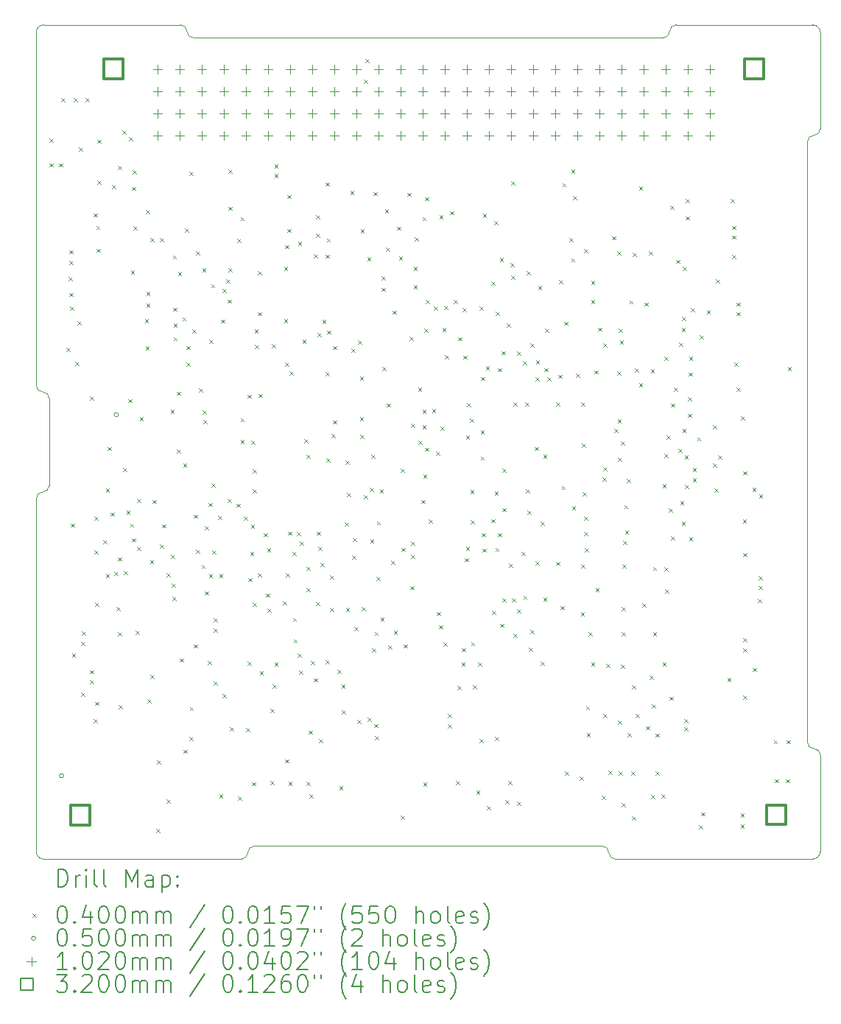
<source format=gbr>
%TF.GenerationSoftware,KiCad,Pcbnew,6.0.7-f9a2dced07~116~ubuntu20.04.1*%
%TF.CreationDate,2022-10-11T04:26:58+03:00*%
%TF.ProjectId,obc-adcs-board,6f62632d-6164-4637-932d-626f6172642e,rev?*%
%TF.SameCoordinates,PX3e2df80PY83e4a60*%
%TF.FileFunction,Drillmap*%
%TF.FilePolarity,Positive*%
%FSLAX45Y45*%
G04 Gerber Fmt 4.5, Leading zero omitted, Abs format (unit mm)*
G04 Created by KiCad (PCBNEW 6.0.7-f9a2dced07~116~ubuntu20.04.1) date 2022-10-11 04:26:58*
%MOMM*%
%LPD*%
G01*
G04 APERTURE LIST*
%ADD10C,0.100000*%
%ADD11C,0.200000*%
%ADD12C,0.040000*%
%ADD13C,0.050000*%
%ADD14C,0.102000*%
%ADD15C,0.320000*%
G04 APERTURE END LIST*
D10*
X160000Y4306500D02*
X160000Y5306500D01*
X6668500Y12000D02*
X8937000Y12000D01*
X85000Y4231500D02*
G75*
G03*
X10000Y4156500I0J-75000D01*
G01*
X6593500Y87000D02*
G75*
G03*
X6518500Y162000I-75000J0D01*
G01*
X7218500Y9451000D02*
G75*
G03*
X7293500Y9526000I0J75000D01*
G01*
X9027000Y1206500D02*
X9027000Y102000D01*
X85000Y4231500D02*
G75*
G03*
X160000Y4306500I0J75000D01*
G01*
X2518500Y162000D02*
G75*
G03*
X2443500Y87000I0J-75000D01*
G01*
X1818500Y9451000D02*
X7218500Y9451000D01*
X10000Y4156500D02*
X10000Y101000D01*
X7368500Y9601000D02*
G75*
G03*
X7293500Y9526000I0J-75000D01*
G01*
X100000Y9601000D02*
G75*
G03*
X10000Y9511000I0J-90000D01*
G01*
X10000Y101000D02*
G75*
G03*
X100000Y11000I90000J0D01*
G01*
X8877000Y1356500D02*
X8877000Y8256500D01*
X9027000Y1206500D02*
G75*
G03*
X8952000Y1281500I-75000J0D01*
G01*
X8952000Y8331500D02*
G75*
G03*
X8877000Y8256500I0J-75000D01*
G01*
X8877000Y1356500D02*
G75*
G03*
X8952000Y1281500I75000J0D01*
G01*
X2518500Y162000D02*
X6518500Y162000D01*
X7368500Y9601000D02*
X8937000Y9601000D01*
X8952000Y8331500D02*
G75*
G03*
X9027000Y8406500I0J75000D01*
G01*
X8937000Y12000D02*
G75*
G03*
X9027000Y102000I0J90000D01*
G01*
X160000Y5306500D02*
G75*
G03*
X85000Y5381500I-75000J0D01*
G01*
X2368500Y12000D02*
G75*
G03*
X2443500Y87000I0J75000D01*
G01*
X9027000Y9511000D02*
G75*
G03*
X8937000Y9601000I-90000J0D01*
G01*
X1743500Y9526000D02*
G75*
G03*
X1818500Y9451000I75000J0D01*
G01*
X10000Y5456500D02*
G75*
G03*
X85000Y5381500I75000J0D01*
G01*
X100000Y9601000D02*
X1668500Y9601000D01*
X9027000Y9511000D02*
X9027000Y8406500D01*
X10000Y9511000D02*
X10000Y5456500D01*
X1743500Y9526000D02*
G75*
G03*
X1668500Y9601000I-75000J0D01*
G01*
X2368500Y12000D02*
X100000Y11000D01*
X6593500Y87000D02*
G75*
G03*
X6668500Y12000I75000J0D01*
G01*
D11*
D12*
X160000Y8290000D02*
X200000Y8250000D01*
X200000Y8290000D02*
X160000Y8250000D01*
X165000Y8010000D02*
X205000Y7970000D01*
X205000Y8010000D02*
X165000Y7970000D01*
X275000Y8010000D02*
X315000Y7970000D01*
X315000Y8010000D02*
X275000Y7970000D01*
X300000Y8760000D02*
X340000Y8720000D01*
X340000Y8760000D02*
X300000Y8720000D01*
X360000Y5890000D02*
X400000Y5850000D01*
X400000Y5890000D02*
X360000Y5850000D01*
X380000Y6700000D02*
X420000Y6660000D01*
X420000Y6700000D02*
X380000Y6660000D01*
X390000Y7010000D02*
X430000Y6970000D01*
X430000Y7010000D02*
X390000Y6970000D01*
X390000Y6890000D02*
X430000Y6850000D01*
X430000Y6890000D02*
X390000Y6850000D01*
X390000Y6520000D02*
X430000Y6480000D01*
X430000Y6520000D02*
X390000Y6480000D01*
X400000Y6360000D02*
X440000Y6320000D01*
X440000Y6360000D02*
X400000Y6320000D01*
X405234Y3870000D02*
X445234Y3830000D01*
X445234Y3870000D02*
X405234Y3830000D01*
X421000Y2372000D02*
X461000Y2332000D01*
X461000Y2372000D02*
X421000Y2332000D01*
X440000Y8760000D02*
X480000Y8720000D01*
X480000Y8760000D02*
X440000Y8720000D01*
X458664Y5729377D02*
X498664Y5689377D01*
X498664Y5729377D02*
X458664Y5689377D01*
X485000Y6195000D02*
X525000Y6155000D01*
X525000Y6195000D02*
X485000Y6155000D01*
X500000Y8190000D02*
X540000Y8150000D01*
X540000Y8190000D02*
X500000Y8150000D01*
X524000Y2508000D02*
X564000Y2468000D01*
X564000Y2508000D02*
X524000Y2468000D01*
X524000Y1926000D02*
X564000Y1886000D01*
X564000Y1926000D02*
X524000Y1886000D01*
X534050Y2630000D02*
X574050Y2590000D01*
X574050Y2630000D02*
X534050Y2590000D01*
X580000Y8760000D02*
X620000Y8720000D01*
X620000Y8760000D02*
X580000Y8720000D01*
X630000Y5330000D02*
X670000Y5290000D01*
X670000Y5330000D02*
X630000Y5290000D01*
X630000Y2070000D02*
X670000Y2030000D01*
X670000Y2070000D02*
X630000Y2030000D01*
X631000Y2183000D02*
X671000Y2143000D01*
X671000Y2183000D02*
X631000Y2143000D01*
X667539Y7432461D02*
X707539Y7392461D01*
X707539Y7432461D02*
X667539Y7392461D01*
X670000Y1620000D02*
X710000Y1580000D01*
X710000Y1620000D02*
X670000Y1580000D01*
X680000Y3950000D02*
X720000Y3910000D01*
X720000Y3950000D02*
X680000Y3910000D01*
X680000Y3560000D02*
X720000Y3520000D01*
X720000Y3560000D02*
X680000Y3520000D01*
X690000Y2960000D02*
X730000Y2920000D01*
X730000Y2960000D02*
X690000Y2920000D01*
X690000Y1820000D02*
X730000Y1780000D01*
X730000Y1820000D02*
X690000Y1780000D01*
X700000Y7290000D02*
X740000Y7250000D01*
X740000Y7290000D02*
X700000Y7250000D01*
X704000Y7027000D02*
X744000Y6987000D01*
X744000Y7027000D02*
X704000Y6987000D01*
X710000Y8280000D02*
X750000Y8240000D01*
X750000Y8280000D02*
X710000Y8240000D01*
X710000Y7810000D02*
X750000Y7770000D01*
X750000Y7810000D02*
X710000Y7770000D01*
X780000Y3680000D02*
X820000Y3640000D01*
X820000Y3680000D02*
X780000Y3640000D01*
X810000Y4270000D02*
X850000Y4230000D01*
X850000Y4270000D02*
X810000Y4230000D01*
X810000Y3290000D02*
X850000Y3250000D01*
X850000Y3290000D02*
X810000Y3250000D01*
X830000Y4750000D02*
X870000Y4710000D01*
X870000Y4750000D02*
X830000Y4710000D01*
X865000Y3995000D02*
X905000Y3955000D01*
X905000Y3995000D02*
X865000Y3955000D01*
X880000Y7760000D02*
X920000Y7720000D01*
X920000Y7760000D02*
X880000Y7720000D01*
X910000Y3315000D02*
X950000Y3275000D01*
X950000Y3315000D02*
X910000Y3275000D01*
X930000Y2910000D02*
X970000Y2870000D01*
X970000Y2910000D02*
X930000Y2870000D01*
X950000Y7980000D02*
X990000Y7940000D01*
X990000Y7980000D02*
X950000Y7940000D01*
X950000Y3480000D02*
X990000Y3440000D01*
X990000Y3480000D02*
X950000Y3440000D01*
X950000Y2620000D02*
X990000Y2580000D01*
X990000Y2620000D02*
X950000Y2580000D01*
X960000Y1780000D02*
X1000000Y1740000D01*
X1000000Y1780000D02*
X960000Y1740000D01*
X1001109Y8385891D02*
X1041109Y8345891D01*
X1041109Y8385891D02*
X1001109Y8345891D01*
X1010000Y4510000D02*
X1050000Y4470000D01*
X1050000Y4510000D02*
X1010000Y4470000D01*
X1020000Y3325000D02*
X1060000Y3285000D01*
X1060000Y3325000D02*
X1020000Y3285000D01*
X1047500Y4020000D02*
X1087500Y3980000D01*
X1087500Y4020000D02*
X1047500Y3980000D01*
X1070000Y5300000D02*
X1110000Y5260000D01*
X1110000Y5300000D02*
X1070000Y5260000D01*
X1078891Y8308109D02*
X1118891Y8268109D01*
X1118891Y8308109D02*
X1078891Y8268109D01*
X1090000Y3870000D02*
X1130000Y3830000D01*
X1130000Y3870000D02*
X1090000Y3830000D01*
X1099000Y6776000D02*
X1139000Y6736000D01*
X1139000Y6776000D02*
X1099000Y6736000D01*
X1110000Y7737550D02*
X1150000Y7697550D01*
X1150000Y7737550D02*
X1110000Y7697550D01*
X1110000Y3700000D02*
X1150000Y3660000D01*
X1150000Y3700000D02*
X1110000Y3660000D01*
X1117000Y7926000D02*
X1157000Y7886000D01*
X1157000Y7926000D02*
X1117000Y7886000D01*
X1125000Y7285000D02*
X1165000Y7245000D01*
X1165000Y7285000D02*
X1125000Y7245000D01*
X1150000Y2640000D02*
X1190000Y2600000D01*
X1190000Y2640000D02*
X1150000Y2600000D01*
X1170000Y4150000D02*
X1210000Y4110000D01*
X1210000Y4150000D02*
X1170000Y4110000D01*
X1170000Y3600000D02*
X1210000Y3560000D01*
X1210000Y3600000D02*
X1170000Y3560000D01*
X1200000Y5090000D02*
X1240000Y5050000D01*
X1240000Y5090000D02*
X1200000Y5050000D01*
X1260000Y6220000D02*
X1300000Y6180000D01*
X1300000Y6220000D02*
X1260000Y6180000D01*
X1266230Y5906230D02*
X1306230Y5866230D01*
X1306230Y5906230D02*
X1266230Y5866230D01*
X1271050Y7472450D02*
X1311050Y7432450D01*
X1311050Y7472450D02*
X1271050Y7432450D01*
X1275000Y6530000D02*
X1315000Y6490000D01*
X1315000Y6530000D02*
X1275000Y6490000D01*
X1275000Y6395000D02*
X1315000Y6355000D01*
X1315000Y6395000D02*
X1275000Y6355000D01*
X1290000Y1850000D02*
X1330000Y1810000D01*
X1330000Y1850000D02*
X1290000Y1810000D01*
X1318673Y3451511D02*
X1358673Y3411511D01*
X1358673Y3451511D02*
X1318673Y3411511D01*
X1320000Y2130000D02*
X1360000Y2090000D01*
X1360000Y2130000D02*
X1320000Y2090000D01*
X1325000Y7150500D02*
X1365000Y7110500D01*
X1365000Y7150500D02*
X1325000Y7110500D01*
X1350000Y4140000D02*
X1390000Y4100000D01*
X1390000Y4140000D02*
X1350000Y4100000D01*
X1390000Y360000D02*
X1430000Y320000D01*
X1430000Y360000D02*
X1390000Y320000D01*
X1400000Y1150000D02*
X1440000Y1110000D01*
X1440000Y1150000D02*
X1400000Y1110000D01*
X1430000Y3630000D02*
X1470000Y3590000D01*
X1470000Y3630000D02*
X1430000Y3590000D01*
X1435000Y7150500D02*
X1475000Y7110500D01*
X1475000Y7150500D02*
X1435000Y7110500D01*
X1460000Y3860000D02*
X1500000Y3820000D01*
X1500000Y3860000D02*
X1460000Y3820000D01*
X1507306Y3297306D02*
X1547306Y3257306D01*
X1547306Y3297306D02*
X1507306Y3257306D01*
X1510000Y700000D02*
X1550000Y660000D01*
X1550000Y700000D02*
X1510000Y660000D01*
X1555000Y5175000D02*
X1595000Y5135000D01*
X1595000Y5175000D02*
X1555000Y5135000D01*
X1560000Y3510000D02*
X1600000Y3470000D01*
X1600000Y3510000D02*
X1560000Y3470000D01*
X1570000Y3180000D02*
X1610000Y3140000D01*
X1610000Y3180000D02*
X1570000Y3140000D01*
X1577598Y3027552D02*
X1617598Y2987552D01*
X1617598Y3027552D02*
X1577598Y2987552D01*
X1580000Y6950000D02*
X1620000Y6910000D01*
X1620000Y6950000D02*
X1580000Y6910000D01*
X1587400Y6350000D02*
X1627400Y6310000D01*
X1627400Y6350000D02*
X1587400Y6310000D01*
X1590000Y6170000D02*
X1630000Y6130000D01*
X1630000Y6170000D02*
X1590000Y6130000D01*
X1590000Y6010000D02*
X1630000Y5970000D01*
X1630000Y6010000D02*
X1590000Y5970000D01*
X1630000Y5385000D02*
X1670000Y5345000D01*
X1670000Y5385000D02*
X1630000Y5345000D01*
X1630000Y4720000D02*
X1670000Y4680000D01*
X1670000Y4720000D02*
X1630000Y4680000D01*
X1640000Y6760000D02*
X1680000Y6720000D01*
X1680000Y6760000D02*
X1640000Y6720000D01*
X1660000Y2320000D02*
X1700000Y2280000D01*
X1700000Y2320000D02*
X1660000Y2280000D01*
X1690000Y6240000D02*
X1730000Y6200000D01*
X1730000Y6240000D02*
X1690000Y6200000D01*
X1700000Y4560000D02*
X1740000Y4520000D01*
X1740000Y4560000D02*
X1700000Y4520000D01*
X1705000Y1270000D02*
X1745000Y1230000D01*
X1745000Y1270000D02*
X1705000Y1230000D01*
X1720000Y7260000D02*
X1760000Y7220000D01*
X1760000Y7260000D02*
X1720000Y7220000D01*
X1740000Y5910000D02*
X1780000Y5870000D01*
X1780000Y5910000D02*
X1740000Y5870000D01*
X1740000Y5720000D02*
X1780000Y5680000D01*
X1780000Y5720000D02*
X1740000Y5680000D01*
X1770000Y7910000D02*
X1810000Y7870000D01*
X1810000Y7910000D02*
X1770000Y7870000D01*
X1770000Y1415000D02*
X1810000Y1375000D01*
X1810000Y1415000D02*
X1770000Y1375000D01*
X1775000Y1760000D02*
X1815000Y1720000D01*
X1815000Y1760000D02*
X1775000Y1720000D01*
X1805000Y6100000D02*
X1845000Y6060000D01*
X1845000Y6100000D02*
X1805000Y6060000D01*
X1820000Y3970000D02*
X1860000Y3930000D01*
X1860000Y3970000D02*
X1820000Y3930000D01*
X1820000Y2480000D02*
X1860000Y2440000D01*
X1860000Y2480000D02*
X1820000Y2440000D01*
X1847550Y7000000D02*
X1887550Y6960000D01*
X1887550Y7000000D02*
X1847550Y6960000D01*
X1850000Y3570000D02*
X1890000Y3530000D01*
X1890000Y3570000D02*
X1850000Y3530000D01*
X1880000Y5420000D02*
X1920000Y5380000D01*
X1920000Y5420000D02*
X1880000Y5380000D01*
X1910000Y3395000D02*
X1950000Y3355000D01*
X1950000Y3395000D02*
X1910000Y3355000D01*
X1920000Y6800000D02*
X1960000Y6760000D01*
X1960000Y6800000D02*
X1920000Y6760000D01*
X1925000Y5170000D02*
X1965000Y5130000D01*
X1965000Y5170000D02*
X1925000Y5130000D01*
X1930000Y5060000D02*
X1970000Y5020000D01*
X1970000Y5060000D02*
X1930000Y5020000D01*
X1950000Y3840000D02*
X1990000Y3800000D01*
X1990000Y3840000D02*
X1950000Y3800000D01*
X1950000Y3090000D02*
X1990000Y3050000D01*
X1990000Y3090000D02*
X1950000Y3050000D01*
X1980000Y2290000D02*
X2020000Y2250000D01*
X2020000Y2290000D02*
X1980000Y2250000D01*
X1990000Y4105000D02*
X2030000Y4065000D01*
X2030000Y4105000D02*
X1990000Y4065000D01*
X1995000Y3290000D02*
X2035000Y3250000D01*
X2035000Y3290000D02*
X1995000Y3250000D01*
X1999950Y5980000D02*
X2039950Y5940000D01*
X2039950Y5980000D02*
X1999950Y5940000D01*
X2020000Y6620000D02*
X2060000Y6580000D01*
X2060000Y6620000D02*
X2020000Y6580000D01*
X2025000Y4330000D02*
X2065000Y4290000D01*
X2065000Y4330000D02*
X2025000Y4290000D01*
X2035000Y3563000D02*
X2075000Y3523000D01*
X2075000Y3563000D02*
X2035000Y3523000D01*
X2050000Y2780000D02*
X2090000Y2740000D01*
X2090000Y2780000D02*
X2050000Y2740000D01*
X2050000Y2660000D02*
X2090000Y2620000D01*
X2090000Y2660000D02*
X2050000Y2620000D01*
X2050000Y2050000D02*
X2090000Y2010000D01*
X2090000Y2050000D02*
X2050000Y2010000D01*
X2100000Y3955000D02*
X2140000Y3915000D01*
X2140000Y3955000D02*
X2100000Y3915000D01*
X2115000Y3290000D02*
X2155000Y3250000D01*
X2155000Y3290000D02*
X2115000Y3250000D01*
X2115000Y760000D02*
X2155000Y720000D01*
X2155000Y760000D02*
X2115000Y720000D01*
X2133770Y6213770D02*
X2173770Y6173770D01*
X2173770Y6213770D02*
X2133770Y6173770D01*
X2150000Y1910000D02*
X2190000Y1870000D01*
X2190000Y1910000D02*
X2150000Y1870000D01*
X2154000Y6563000D02*
X2194000Y6523000D01*
X2194000Y6563000D02*
X2154000Y6523000D01*
X2195000Y6677500D02*
X2235000Y6637500D01*
X2235000Y6677500D02*
X2195000Y6637500D01*
X2210000Y6442500D02*
X2250000Y6402500D01*
X2250000Y6442500D02*
X2210000Y6402500D01*
X2210000Y4150000D02*
X2250000Y4110000D01*
X2250000Y4150000D02*
X2210000Y4110000D01*
X2217550Y6800000D02*
X2257550Y6760000D01*
X2257550Y6800000D02*
X2217550Y6760000D01*
X2220000Y7940000D02*
X2260000Y7900000D01*
X2260000Y7940000D02*
X2220000Y7900000D01*
X2220000Y7510000D02*
X2260000Y7470000D01*
X2260000Y7510000D02*
X2220000Y7470000D01*
X2235000Y1525000D02*
X2275000Y1485000D01*
X2275000Y1525000D02*
X2235000Y1485000D01*
X2313619Y4097658D02*
X2353619Y4057658D01*
X2353619Y4097658D02*
X2313619Y4057658D01*
X2320000Y7140000D02*
X2360000Y7100000D01*
X2360000Y7140000D02*
X2320000Y7100000D01*
X2330000Y730000D02*
X2370000Y690000D01*
X2370000Y730000D02*
X2330000Y690000D01*
X2360000Y7390000D02*
X2400000Y7350000D01*
X2400000Y7390000D02*
X2360000Y7350000D01*
X2360000Y5080000D02*
X2400000Y5040000D01*
X2400000Y5080000D02*
X2360000Y5040000D01*
X2360000Y4830000D02*
X2400000Y4790000D01*
X2400000Y4830000D02*
X2360000Y4790000D01*
X2400000Y3947550D02*
X2440000Y3907550D01*
X2440000Y3947550D02*
X2400000Y3907550D01*
X2420000Y1520000D02*
X2460000Y1480000D01*
X2460000Y1520000D02*
X2420000Y1480000D01*
X2440000Y5350000D02*
X2480000Y5310000D01*
X2480000Y5350000D02*
X2440000Y5310000D01*
X2440000Y2280000D02*
X2480000Y2240000D01*
X2480000Y2280000D02*
X2440000Y2240000D01*
X2450000Y3242450D02*
X2490000Y3202450D01*
X2490000Y3242450D02*
X2450000Y3202450D01*
X2470000Y3540000D02*
X2510000Y3500000D01*
X2510000Y3540000D02*
X2470000Y3500000D01*
X2477010Y3857543D02*
X2517010Y3817543D01*
X2517010Y3857543D02*
X2477010Y3817543D01*
X2480000Y4820000D02*
X2520000Y4780000D01*
X2520000Y4820000D02*
X2480000Y4780000D01*
X2492694Y897306D02*
X2532694Y857306D01*
X2532694Y897306D02*
X2492694Y857306D01*
X2498770Y4488770D02*
X2538770Y4448770D01*
X2538770Y4488770D02*
X2498770Y4448770D01*
X2500000Y4260000D02*
X2540000Y4220000D01*
X2540000Y4260000D02*
X2500000Y4220000D01*
X2500000Y2960000D02*
X2540000Y2920000D01*
X2540000Y2960000D02*
X2500000Y2920000D01*
X2520000Y6100000D02*
X2560000Y6060000D01*
X2560000Y6100000D02*
X2520000Y6060000D01*
X2525000Y5921000D02*
X2565000Y5881000D01*
X2565000Y5921000D02*
X2525000Y5881000D01*
X2560000Y6767000D02*
X2600000Y6727000D01*
X2600000Y6767000D02*
X2560000Y6727000D01*
X2560000Y6300000D02*
X2600000Y6260000D01*
X2600000Y6300000D02*
X2560000Y6260000D01*
X2560000Y3300000D02*
X2600000Y3260000D01*
X2600000Y3300000D02*
X2560000Y3260000D01*
X2567543Y5359997D02*
X2607543Y5319997D01*
X2607543Y5359997D02*
X2567543Y5319997D01*
X2580000Y2170000D02*
X2620000Y2130000D01*
X2620000Y2170000D02*
X2580000Y2130000D01*
X2625000Y3760000D02*
X2665000Y3720000D01*
X2665000Y3760000D02*
X2625000Y3720000D01*
X2650000Y3065000D02*
X2690000Y3025000D01*
X2690000Y3065000D02*
X2650000Y3025000D01*
X2665000Y3585000D02*
X2705000Y3545000D01*
X2705000Y3585000D02*
X2665000Y3545000D01*
X2670000Y2890000D02*
X2710000Y2850000D01*
X2710000Y2890000D02*
X2670000Y2850000D01*
X2700000Y1740000D02*
X2740000Y1700000D01*
X2740000Y1740000D02*
X2700000Y1700000D01*
X2700000Y910000D02*
X2740000Y870000D01*
X2740000Y910000D02*
X2700000Y870000D01*
X2720000Y5930000D02*
X2760000Y5890000D01*
X2760000Y5930000D02*
X2720000Y5890000D01*
X2730000Y2020000D02*
X2770000Y1980000D01*
X2770000Y2020000D02*
X2730000Y1980000D01*
X2750000Y7995050D02*
X2790000Y7955050D01*
X2790000Y7995050D02*
X2750000Y7955050D01*
X2750000Y7885050D02*
X2790000Y7845050D01*
X2790000Y7885050D02*
X2750000Y7845050D01*
X2750000Y2270000D02*
X2790000Y2230000D01*
X2790000Y2270000D02*
X2750000Y2230000D01*
X2843467Y2976533D02*
X2883467Y2936533D01*
X2883467Y2976533D02*
X2843467Y2936533D01*
X2860000Y6820000D02*
X2900000Y6780000D01*
X2900000Y6820000D02*
X2860000Y6780000D01*
X2860000Y6220000D02*
X2900000Y6180000D01*
X2900000Y6220000D02*
X2860000Y6180000D01*
X2870000Y7069950D02*
X2910000Y7029950D01*
X2910000Y7069950D02*
X2870000Y7029950D01*
X2870000Y1160000D02*
X2910000Y1120000D01*
X2910000Y1160000D02*
X2870000Y1120000D01*
X2872000Y5719000D02*
X2912000Y5679000D01*
X2912000Y5719000D02*
X2872000Y5679000D01*
X2880000Y3300000D02*
X2920000Y3260000D01*
X2920000Y3300000D02*
X2880000Y3260000D01*
X2895000Y7645000D02*
X2935000Y7605000D01*
X2935000Y7645000D02*
X2895000Y7605000D01*
X2895000Y7255000D02*
X2935000Y7215000D01*
X2935000Y7255000D02*
X2895000Y7215000D01*
X2905000Y3775000D02*
X2945000Y3735000D01*
X2945000Y3775000D02*
X2905000Y3735000D01*
X2910000Y900000D02*
X2950000Y860000D01*
X2950000Y900000D02*
X2910000Y860000D01*
X2920000Y5620000D02*
X2960000Y5580000D01*
X2960000Y5620000D02*
X2920000Y5580000D01*
X2957550Y3544999D02*
X2997550Y3504999D01*
X2997550Y3544999D02*
X2957550Y3504999D01*
X2960000Y2785000D02*
X3000000Y2745000D01*
X3000000Y2785000D02*
X2960000Y2745000D01*
X2970000Y2540000D02*
X3010000Y2500000D01*
X3010000Y2540000D02*
X2970000Y2500000D01*
X3005000Y3770000D02*
X3045000Y3730000D01*
X3045000Y3770000D02*
X3005000Y3730000D01*
X3015000Y2375000D02*
X3055000Y2335000D01*
X3055000Y2375000D02*
X3015000Y2335000D01*
X3020000Y7110000D02*
X3060000Y7070000D01*
X3060000Y7110000D02*
X3020000Y7070000D01*
X3030000Y2180000D02*
X3070000Y2140000D01*
X3070000Y2180000D02*
X3030000Y2140000D01*
X3040000Y3660000D02*
X3080000Y3620000D01*
X3080000Y3660000D02*
X3040000Y3620000D01*
X3070000Y5980000D02*
X3110000Y5940000D01*
X3110000Y5980000D02*
X3070000Y5940000D01*
X3090000Y4840000D02*
X3130000Y4800000D01*
X3130000Y4840000D02*
X3090000Y4800000D01*
X3117550Y3375000D02*
X3157550Y3335000D01*
X3157550Y3375000D02*
X3117550Y3335000D01*
X3120000Y4660000D02*
X3160000Y4620000D01*
X3160000Y4660000D02*
X3120000Y4620000D01*
X3120000Y3130000D02*
X3160000Y3090000D01*
X3160000Y3130000D02*
X3120000Y3090000D01*
X3120000Y900000D02*
X3160000Y860000D01*
X3160000Y900000D02*
X3120000Y860000D01*
X3140000Y1490000D02*
X3180000Y1450000D01*
X3180000Y1490000D02*
X3140000Y1450000D01*
X3150000Y760000D02*
X3190000Y720000D01*
X3190000Y760000D02*
X3150000Y720000D01*
X3170000Y2290000D02*
X3210000Y2250000D01*
X3210000Y2290000D02*
X3170000Y2250000D01*
X3200000Y6965000D02*
X3240000Y6925000D01*
X3240000Y6965000D02*
X3200000Y6925000D01*
X3200000Y2090000D02*
X3240000Y2050000D01*
X3240000Y2090000D02*
X3200000Y2050000D01*
X3230000Y7410000D02*
X3270000Y7370000D01*
X3270000Y7410000D02*
X3230000Y7370000D01*
X3230000Y7200000D02*
X3270000Y7160000D01*
X3270000Y7200000D02*
X3230000Y7160000D01*
X3230000Y2970000D02*
X3270000Y2930000D01*
X3270000Y2970000D02*
X3230000Y2930000D01*
X3235000Y3775000D02*
X3275000Y3735000D01*
X3275000Y3775000D02*
X3235000Y3735000D01*
X3245000Y6060000D02*
X3285000Y6020000D01*
X3285000Y6060000D02*
X3245000Y6020000D01*
X3250000Y3600000D02*
X3290000Y3560000D01*
X3290000Y3600000D02*
X3250000Y3560000D01*
X3260000Y1390000D02*
X3300000Y1350000D01*
X3300000Y1390000D02*
X3260000Y1350000D01*
X3280967Y3414033D02*
X3320967Y3374033D01*
X3320967Y3414033D02*
X3280967Y3374033D01*
X3300000Y6210000D02*
X3340000Y6170000D01*
X3340000Y6210000D02*
X3300000Y6170000D01*
X3335000Y7790000D02*
X3375000Y7750000D01*
X3375000Y7790000D02*
X3335000Y7750000D01*
X3335000Y6960000D02*
X3375000Y6920000D01*
X3375000Y6960000D02*
X3335000Y6920000D01*
X3340000Y5610000D02*
X3380000Y5570000D01*
X3380000Y5610000D02*
X3340000Y5570000D01*
X3340000Y2300000D02*
X3380000Y2260000D01*
X3380000Y2300000D02*
X3340000Y2260000D01*
X3347550Y4620000D02*
X3387550Y4580000D01*
X3387550Y4620000D02*
X3347550Y4580000D01*
X3350000Y7144951D02*
X3390000Y7104951D01*
X3390000Y7144951D02*
X3350000Y7104951D01*
X3352306Y6087694D02*
X3392306Y6047694D01*
X3392306Y6087694D02*
X3352306Y6047694D01*
X3390000Y3270000D02*
X3430000Y3230000D01*
X3430000Y3270000D02*
X3390000Y3230000D01*
X3390000Y2900000D02*
X3430000Y2860000D01*
X3430000Y2900000D02*
X3390000Y2860000D01*
X3405000Y4900000D02*
X3445000Y4860000D01*
X3445000Y4900000D02*
X3405000Y4860000D01*
X3420000Y5910000D02*
X3460000Y5870000D01*
X3460000Y5910000D02*
X3420000Y5870000D01*
X3420000Y5055000D02*
X3460000Y5015000D01*
X3460000Y5055000D02*
X3420000Y5015000D01*
X3470000Y2190000D02*
X3510000Y2150000D01*
X3510000Y2190000D02*
X3470000Y2150000D01*
X3495000Y850000D02*
X3535000Y810000D01*
X3535000Y850000D02*
X3495000Y810000D01*
X3520000Y2020000D02*
X3560000Y1980000D01*
X3560000Y2020000D02*
X3520000Y1980000D01*
X3525000Y1725000D02*
X3565000Y1685000D01*
X3565000Y1725000D02*
X3525000Y1685000D01*
X3560000Y3880000D02*
X3600000Y3840000D01*
X3600000Y3880000D02*
X3560000Y3840000D01*
X3565000Y4595000D02*
X3605000Y4555000D01*
X3605000Y4595000D02*
X3565000Y4555000D01*
X3570000Y2900000D02*
X3610000Y2860000D01*
X3610000Y2900000D02*
X3570000Y2860000D01*
X3580000Y4220000D02*
X3620000Y4180000D01*
X3620000Y4220000D02*
X3580000Y4180000D01*
X3620000Y7690000D02*
X3660000Y7650000D01*
X3660000Y7690000D02*
X3620000Y7650000D01*
X3635000Y5880000D02*
X3675000Y5840000D01*
X3675000Y5880000D02*
X3635000Y5840000D01*
X3640000Y3500000D02*
X3680000Y3460000D01*
X3680000Y3500000D02*
X3640000Y3460000D01*
X3650214Y3705749D02*
X3690214Y3665749D01*
X3690214Y3705749D02*
X3650214Y3665749D01*
X3670000Y2680000D02*
X3710000Y2640000D01*
X3710000Y2680000D02*
X3670000Y2640000D01*
X3700000Y1610000D02*
X3740000Y1570000D01*
X3740000Y1610000D02*
X3700000Y1570000D01*
X3710000Y5970000D02*
X3750000Y5930000D01*
X3750000Y5970000D02*
X3710000Y5930000D01*
X3730000Y5560000D02*
X3770000Y5520000D01*
X3770000Y5560000D02*
X3730000Y5520000D01*
X3730000Y5095000D02*
X3770000Y5055000D01*
X3770000Y5095000D02*
X3730000Y5055000D01*
X3735000Y4890000D02*
X3775000Y4850000D01*
X3775000Y4890000D02*
X3735000Y4850000D01*
X3740001Y7250000D02*
X3780001Y7210000D01*
X3780001Y7250000D02*
X3740001Y7210000D01*
X3750000Y2910000D02*
X3790000Y2870000D01*
X3790000Y2910000D02*
X3750000Y2870000D01*
X3775000Y4192450D02*
X3815000Y4152450D01*
X3815000Y4192450D02*
X3775000Y4152450D01*
X3780000Y8970000D02*
X3820000Y8930000D01*
X3820000Y8970000D02*
X3780000Y8930000D01*
X3795000Y9205000D02*
X3835000Y9165000D01*
X3835000Y9205000D02*
X3795000Y9165000D01*
X3815000Y6930000D02*
X3855000Y6890000D01*
X3855000Y6930000D02*
X3815000Y6890000D01*
X3820000Y1635000D02*
X3860000Y1595000D01*
X3860000Y1635000D02*
X3820000Y1595000D01*
X3847450Y4280000D02*
X3887450Y4240000D01*
X3887450Y4280000D02*
X3847450Y4240000D01*
X3850000Y3690000D02*
X3890000Y3650000D01*
X3890000Y3690000D02*
X3850000Y3650000D01*
X3860000Y4660000D02*
X3900000Y4620000D01*
X3900000Y4660000D02*
X3860000Y4620000D01*
X3870000Y2435000D02*
X3910000Y2395000D01*
X3910000Y2435000D02*
X3870000Y2395000D01*
X3890000Y7680000D02*
X3930000Y7640000D01*
X3930000Y7680000D02*
X3890000Y7640000D01*
X3895000Y1565000D02*
X3935000Y1525000D01*
X3935000Y1565000D02*
X3895000Y1525000D01*
X3900000Y2625000D02*
X3940000Y2585000D01*
X3940000Y2625000D02*
X3900000Y2585000D01*
X3905000Y1425000D02*
X3945000Y1385000D01*
X3945000Y1425000D02*
X3905000Y1385000D01*
X3922000Y3258000D02*
X3962000Y3218000D01*
X3962000Y3258000D02*
X3922000Y3218000D01*
X3925000Y3895000D02*
X3965000Y3855000D01*
X3965000Y3895000D02*
X3925000Y3855000D01*
X3960000Y4264900D02*
X4000000Y4224900D01*
X4000000Y4264900D02*
X3960000Y4224900D01*
X3968788Y2786905D02*
X4008788Y2746905D01*
X4008788Y2786905D02*
X3968788Y2746905D01*
X3980000Y6710000D02*
X4020000Y6670000D01*
X4020000Y6710000D02*
X3980000Y6670000D01*
X3980000Y6578950D02*
X4020000Y6538950D01*
X4020000Y6578950D02*
X3980000Y6538950D01*
X3990000Y5670000D02*
X4030000Y5630000D01*
X4030000Y5670000D02*
X3990000Y5630000D01*
X4020000Y7480000D02*
X4060000Y7440000D01*
X4060000Y7480000D02*
X4020000Y7440000D01*
X4030000Y7040000D02*
X4070000Y7000000D01*
X4070000Y7040000D02*
X4030000Y7000000D01*
X4040000Y5250000D02*
X4080000Y5210000D01*
X4080000Y5250000D02*
X4040000Y5210000D01*
X4055000Y2470000D02*
X4095000Y2430000D01*
X4095000Y2470000D02*
X4055000Y2430000D01*
X4090000Y3440000D02*
X4130000Y3400000D01*
X4130000Y3440000D02*
X4090000Y3400000D01*
X4110000Y6315000D02*
X4150000Y6275000D01*
X4150000Y6315000D02*
X4110000Y6275000D01*
X4120000Y2635000D02*
X4160000Y2595000D01*
X4160000Y2635000D02*
X4120000Y2595000D01*
X4160000Y7280000D02*
X4200000Y7240000D01*
X4200000Y7280000D02*
X4160000Y7240000D01*
X4180000Y6940000D02*
X4220000Y6900000D01*
X4220000Y6940000D02*
X4180000Y6900000D01*
X4200000Y4500000D02*
X4240000Y4460000D01*
X4240000Y4500000D02*
X4200000Y4460000D01*
X4200000Y510000D02*
X4240000Y470000D01*
X4240000Y510000D02*
X4200000Y470000D01*
X4210000Y3590000D02*
X4250000Y3550000D01*
X4250000Y3590000D02*
X4210000Y3550000D01*
X4235000Y2480000D02*
X4275000Y2440000D01*
X4275000Y2480000D02*
X4235000Y2440000D01*
X4280000Y7670000D02*
X4320000Y7630000D01*
X4320000Y7670000D02*
X4280000Y7630000D01*
X4305000Y6012500D02*
X4345000Y5972500D01*
X4345000Y6012500D02*
X4305000Y5972500D01*
X4310000Y3150000D02*
X4350000Y3110000D01*
X4350000Y3150000D02*
X4310000Y3110000D01*
X4316624Y3509854D02*
X4356624Y3469854D01*
X4356624Y3509854D02*
X4316624Y3469854D01*
X4317381Y3660408D02*
X4357381Y3620408D01*
X4357381Y3660408D02*
X4317381Y3620408D01*
X4321177Y5013936D02*
X4361177Y4973936D01*
X4361177Y5013936D02*
X4321177Y4973936D01*
X4350000Y6820000D02*
X4390000Y6780000D01*
X4390000Y6820000D02*
X4350000Y6780000D01*
X4350000Y6610000D02*
X4390000Y6570000D01*
X4390000Y6610000D02*
X4350000Y6570000D01*
X4360000Y7160000D02*
X4400000Y7120000D01*
X4400000Y7160000D02*
X4360000Y7120000D01*
X4400000Y5430000D02*
X4440000Y5390000D01*
X4440000Y5430000D02*
X4400000Y5390000D01*
X4403000Y4820000D02*
X4443000Y4780000D01*
X4443000Y4820000D02*
X4403000Y4780000D01*
X4440000Y4140000D02*
X4480000Y4100000D01*
X4480000Y4140000D02*
X4440000Y4100000D01*
X4450000Y7390000D02*
X4490000Y7350000D01*
X4490000Y7390000D02*
X4450000Y7350000D01*
X4451000Y5176000D02*
X4491000Y5136000D01*
X4491000Y5176000D02*
X4451000Y5136000D01*
X4451000Y5000000D02*
X4491000Y4960000D01*
X4491000Y5000000D02*
X4451000Y4960000D01*
X4460000Y4432550D02*
X4500000Y4392550D01*
X4500000Y4432550D02*
X4460000Y4392550D01*
X4460000Y890000D02*
X4500000Y850000D01*
X4500000Y890000D02*
X4460000Y850000D01*
X4470000Y6110000D02*
X4510000Y6070000D01*
X4510000Y6110000D02*
X4470000Y6070000D01*
X4480000Y7620000D02*
X4520000Y7580000D01*
X4520000Y7620000D02*
X4480000Y7580000D01*
X4480000Y4740000D02*
X4520000Y4700000D01*
X4520000Y4740000D02*
X4480000Y4700000D01*
X4490000Y6440000D02*
X4530000Y6400000D01*
X4530000Y6440000D02*
X4490000Y6400000D01*
X4524950Y3912550D02*
X4564950Y3872550D01*
X4564950Y3912550D02*
X4524950Y3872550D01*
X4560331Y5187210D02*
X4600331Y5147210D01*
X4600331Y5187210D02*
X4560331Y5147210D01*
X4580000Y6360000D02*
X4620000Y6320000D01*
X4620000Y6360000D02*
X4580000Y6320000D01*
X4608000Y4695450D02*
X4648000Y4655450D01*
X4648000Y4695450D02*
X4608000Y4655450D01*
X4615000Y2852450D02*
X4655000Y2812450D01*
X4655000Y2852450D02*
X4615000Y2812450D01*
X4640000Y2700000D02*
X4680000Y2660000D01*
X4680000Y2700000D02*
X4640000Y2660000D01*
X4645000Y7410000D02*
X4685000Y7370000D01*
X4685000Y7410000D02*
X4645000Y7370000D01*
X4660000Y4979950D02*
X4700000Y4939950D01*
X4700000Y4979950D02*
X4660000Y4939950D01*
X4680443Y6115571D02*
X4720443Y6075571D01*
X4720443Y6115571D02*
X4680443Y6075571D01*
X4690000Y2500000D02*
X4730000Y2460000D01*
X4730000Y2500000D02*
X4690000Y2460000D01*
X4700000Y6370000D02*
X4740000Y6330000D01*
X4740000Y6370000D02*
X4700000Y6330000D01*
X4709862Y5802550D02*
X4749862Y5762550D01*
X4749862Y5802550D02*
X4709862Y5762550D01*
X4740000Y1680000D02*
X4780000Y1640000D01*
X4780000Y1680000D02*
X4740000Y1640000D01*
X4740000Y1560000D02*
X4780000Y1520000D01*
X4780000Y1560000D02*
X4740000Y1520000D01*
X4770000Y7460000D02*
X4810000Y7420000D01*
X4810000Y7460000D02*
X4770000Y7420000D01*
X4810000Y6440000D02*
X4850000Y6400000D01*
X4850000Y6440000D02*
X4810000Y6400000D01*
X4835000Y910000D02*
X4875000Y870000D01*
X4875000Y910000D02*
X4835000Y870000D01*
X4850000Y2002694D02*
X4890000Y1962694D01*
X4890000Y2002694D02*
X4850000Y1962694D01*
X4860000Y6010000D02*
X4900000Y5970000D01*
X4900000Y6010000D02*
X4860000Y5970000D01*
X4900000Y2270000D02*
X4940000Y2230000D01*
X4940000Y2270000D02*
X4900000Y2230000D01*
X4905000Y2437450D02*
X4945000Y2397450D01*
X4945000Y2437450D02*
X4905000Y2397450D01*
X4915000Y6345000D02*
X4955000Y6305000D01*
X4955000Y6345000D02*
X4915000Y6305000D01*
X4920000Y5800000D02*
X4960000Y5760000D01*
X4960000Y5800000D02*
X4920000Y5760000D01*
X4940000Y3470000D02*
X4980000Y3430000D01*
X4980000Y3470000D02*
X4940000Y3430000D01*
X4950000Y4880000D02*
X4990000Y4840000D01*
X4990000Y4880000D02*
X4950000Y4840000D01*
X4950000Y3600000D02*
X4990000Y3560000D01*
X4990000Y3600000D02*
X4950000Y3560000D01*
X4960001Y5255000D02*
X5000001Y5215000D01*
X5000001Y5255000D02*
X4960001Y5215000D01*
X4997220Y5074425D02*
X5037220Y5034425D01*
X5037220Y5074425D02*
X4997220Y5034425D01*
X5000000Y4255000D02*
X5040000Y4215000D01*
X5040000Y4255000D02*
X5000000Y4215000D01*
X5005499Y3905501D02*
X5045499Y3865501D01*
X5045499Y3905501D02*
X5005499Y3865501D01*
X5010000Y2505000D02*
X5050000Y2465000D01*
X5050000Y2505000D02*
X5010000Y2465000D01*
X5030000Y2010000D02*
X5070000Y1970000D01*
X5070000Y2010000D02*
X5030000Y1970000D01*
X5070000Y800000D02*
X5110000Y760000D01*
X5110000Y800000D02*
X5070000Y760000D01*
X5090000Y2275000D02*
X5130000Y2235000D01*
X5130000Y2275000D02*
X5090000Y2235000D01*
X5105000Y1390000D02*
X5145000Y1350000D01*
X5145000Y1390000D02*
X5105000Y1350000D01*
X5110000Y6360000D02*
X5150000Y6320000D01*
X5150000Y6360000D02*
X5110000Y6320000D01*
X5119000Y4939999D02*
X5159000Y4899999D01*
X5159000Y4939999D02*
X5119000Y4899999D01*
X5120000Y4640000D02*
X5160000Y4600000D01*
X5160000Y4640000D02*
X5120000Y4600000D01*
X5125000Y5555000D02*
X5165000Y5515000D01*
X5165000Y5555000D02*
X5125000Y5515000D01*
X5130000Y3760000D02*
X5170000Y3720000D01*
X5170000Y3760000D02*
X5130000Y3720000D01*
X5140000Y3580000D02*
X5180000Y3540000D01*
X5180000Y3580000D02*
X5140000Y3540000D01*
X5145000Y7430000D02*
X5185000Y7390000D01*
X5185000Y7430000D02*
X5145000Y7390000D01*
X5180000Y5675000D02*
X5220000Y5635000D01*
X5220000Y5675000D02*
X5180000Y5635000D01*
X5190000Y625000D02*
X5230000Y585000D01*
X5230000Y625000D02*
X5190000Y585000D01*
X5240000Y6650000D02*
X5280000Y6610000D01*
X5280000Y6650000D02*
X5240000Y6610000D01*
X5240000Y3920000D02*
X5280000Y3880000D01*
X5280000Y3920000D02*
X5240000Y3880000D01*
X5252027Y2866977D02*
X5292027Y2826977D01*
X5292027Y2866977D02*
X5252027Y2826977D01*
X5275000Y7345000D02*
X5315000Y7305000D01*
X5315000Y7345000D02*
X5275000Y7305000D01*
X5280000Y4240000D02*
X5320000Y4200000D01*
X5320000Y4240000D02*
X5280000Y4200000D01*
X5284000Y1418000D02*
X5324000Y1378000D01*
X5324000Y1418000D02*
X5284000Y1378000D01*
X5290000Y3590000D02*
X5330000Y3550000D01*
X5330000Y3590000D02*
X5290000Y3550000D01*
X5295000Y6305000D02*
X5335000Y6265000D01*
X5335000Y6305000D02*
X5295000Y6265000D01*
X5320000Y5655000D02*
X5360000Y5615000D01*
X5360000Y5655000D02*
X5320000Y5615000D01*
X5320000Y3760000D02*
X5360000Y3720000D01*
X5360000Y3760000D02*
X5320000Y3720000D01*
X5340000Y6922550D02*
X5380000Y6882550D01*
X5380000Y6922550D02*
X5340000Y6882550D01*
X5345000Y2717550D02*
X5385000Y2677550D01*
X5385000Y2717550D02*
X5345000Y2677550D01*
X5360000Y5850000D02*
X5400000Y5810000D01*
X5400000Y5850000D02*
X5360000Y5810000D01*
X5370000Y4500000D02*
X5410000Y4460000D01*
X5410000Y4500000D02*
X5370000Y4460000D01*
X5370000Y4047550D02*
X5410000Y4007550D01*
X5410000Y4047550D02*
X5370000Y4007550D01*
X5370000Y3010000D02*
X5410000Y2970000D01*
X5410000Y3010000D02*
X5370000Y2970000D01*
X5406000Y687000D02*
X5446000Y647000D01*
X5446000Y687000D02*
X5406000Y647000D01*
X5420000Y6170000D02*
X5460000Y6130000D01*
X5460000Y6170000D02*
X5420000Y6130000D01*
X5440000Y910000D02*
X5480000Y870000D01*
X5480000Y910000D02*
X5440000Y870000D01*
X5445000Y3405000D02*
X5485000Y3365000D01*
X5485000Y3405000D02*
X5445000Y3365000D01*
X5460000Y6860000D02*
X5500000Y6820000D01*
X5500000Y6860000D02*
X5460000Y6820000D01*
X5470000Y7800000D02*
X5510000Y7760000D01*
X5510000Y7800000D02*
X5470000Y7760000D01*
X5470000Y6720000D02*
X5510000Y6680000D01*
X5510000Y6720000D02*
X5470000Y6680000D01*
X5480000Y3010000D02*
X5520000Y2970000D01*
X5520000Y3010000D02*
X5480000Y2970000D01*
X5495000Y5260000D02*
X5535000Y5220000D01*
X5535000Y5260000D02*
X5495000Y5220000D01*
X5495000Y2605000D02*
X5535000Y2565000D01*
X5535000Y2605000D02*
X5495000Y2565000D01*
X5537164Y670392D02*
X5577164Y630392D01*
X5577164Y670392D02*
X5537164Y630392D01*
X5540000Y5845000D02*
X5580000Y5805000D01*
X5580000Y5845000D02*
X5540000Y5805000D01*
X5540000Y2880000D02*
X5580000Y2840000D01*
X5580000Y2880000D02*
X5540000Y2840000D01*
X5590000Y3540000D02*
X5630000Y3500000D01*
X5630000Y3540000D02*
X5590000Y3500000D01*
X5605000Y5735000D02*
X5645000Y5695000D01*
X5645000Y5735000D02*
X5605000Y5695000D01*
X5610000Y3040000D02*
X5650000Y3000000D01*
X5650000Y3040000D02*
X5610000Y3000000D01*
X5630390Y5260000D02*
X5670390Y5220000D01*
X5670390Y5260000D02*
X5630390Y5220000D01*
X5640000Y4265000D02*
X5680000Y4225000D01*
X5680000Y4265000D02*
X5640000Y4225000D01*
X5650000Y6770000D02*
X5690000Y6730000D01*
X5690000Y6770000D02*
X5650000Y6730000D01*
X5660000Y4020000D02*
X5700000Y3980000D01*
X5700000Y4020000D02*
X5660000Y3980000D01*
X5675000Y2445000D02*
X5715000Y2405000D01*
X5715000Y2445000D02*
X5675000Y2405000D01*
X5690000Y5940000D02*
X5730000Y5900000D01*
X5730000Y5940000D02*
X5690000Y5900000D01*
X5690000Y2645000D02*
X5730000Y2605000D01*
X5730000Y2645000D02*
X5690000Y2605000D01*
X5740000Y4750000D02*
X5780000Y4710000D01*
X5780000Y4750000D02*
X5740000Y4710000D01*
X5750000Y5550000D02*
X5790000Y5510000D01*
X5790000Y5550000D02*
X5750000Y5510000D01*
X5750000Y3430000D02*
X5790000Y3390000D01*
X5790000Y3430000D02*
X5750000Y3390000D01*
X5755000Y5745000D02*
X5795000Y5705000D01*
X5795000Y5745000D02*
X5755000Y5705000D01*
X5780000Y6600000D02*
X5820000Y6560000D01*
X5820000Y6600000D02*
X5780000Y6560000D01*
X5810000Y3890000D02*
X5850000Y3850000D01*
X5850000Y3890000D02*
X5810000Y3850000D01*
X5810000Y2280000D02*
X5850000Y2240000D01*
X5850000Y2280000D02*
X5810000Y2240000D01*
X5840000Y4660000D02*
X5880000Y4620000D01*
X5880000Y4660000D02*
X5840000Y4620000D01*
X5840000Y3020000D02*
X5880000Y2980000D01*
X5880000Y3020000D02*
X5840000Y2980000D01*
X5850000Y5655000D02*
X5890000Y5615000D01*
X5890000Y5655000D02*
X5850000Y5615000D01*
X5860000Y6110000D02*
X5900000Y6070000D01*
X5900000Y6110000D02*
X5860000Y6070000D01*
X5885000Y5550000D02*
X5925000Y5510000D01*
X5925000Y5550000D02*
X5885000Y5510000D01*
X5988730Y3428730D02*
X6028730Y3388730D01*
X6028730Y3428730D02*
X5988730Y3388730D01*
X5990000Y5260000D02*
X6030000Y5220000D01*
X6030000Y5260000D02*
X5990000Y5220000D01*
X6010000Y5580000D02*
X6050000Y5540000D01*
X6050000Y5580000D02*
X6010000Y5540000D01*
X6020000Y6670000D02*
X6060000Y6630000D01*
X6060000Y6670000D02*
X6020000Y6630000D01*
X6039806Y2920194D02*
X6079806Y2880194D01*
X6079806Y2920194D02*
X6039806Y2880194D01*
X6050000Y4300000D02*
X6090000Y4260000D01*
X6090000Y4300000D02*
X6050000Y4260000D01*
X6060000Y7780000D02*
X6100000Y7740000D01*
X6100000Y7780000D02*
X6060000Y7740000D01*
X6080000Y6190000D02*
X6120000Y6150000D01*
X6120000Y6190000D02*
X6080000Y6150000D01*
X6090000Y1020000D02*
X6130000Y980000D01*
X6130000Y1020000D02*
X6090000Y980000D01*
X6140000Y7150000D02*
X6180000Y7110000D01*
X6180000Y7150000D02*
X6140000Y7110000D01*
X6160000Y7935000D02*
X6200000Y7895000D01*
X6200000Y7935000D02*
X6160000Y7895000D01*
X6160000Y6917450D02*
X6200000Y6877450D01*
X6200000Y6917450D02*
X6160000Y6877450D01*
X6170000Y4070000D02*
X6210000Y4030000D01*
X6210000Y4070000D02*
X6170000Y4030000D01*
X6185000Y7635000D02*
X6225000Y7595000D01*
X6225000Y7635000D02*
X6185000Y7595000D01*
X6218770Y5591230D02*
X6258770Y5551230D01*
X6258770Y5591230D02*
X6218770Y5551230D01*
X6260000Y960000D02*
X6300000Y920000D01*
X6300000Y960000D02*
X6260000Y920000D01*
X6270000Y2850000D02*
X6310000Y2810000D01*
X6310000Y2850000D02*
X6270000Y2810000D01*
X6275000Y5260000D02*
X6315000Y5220000D01*
X6315000Y5260000D02*
X6275000Y5220000D01*
X6275000Y3400000D02*
X6315000Y3360000D01*
X6315000Y3400000D02*
X6275000Y3360000D01*
X6285000Y4787550D02*
X6325000Y4747550D01*
X6325000Y4787550D02*
X6285000Y4747550D01*
X6290000Y4230000D02*
X6330000Y4190000D01*
X6330000Y4230000D02*
X6290000Y4190000D01*
X6310000Y7020000D02*
X6350000Y6980000D01*
X6350000Y7020000D02*
X6310000Y6980000D01*
X6310000Y3950000D02*
X6350000Y3910000D01*
X6350000Y3950000D02*
X6310000Y3910000D01*
X6310000Y3770000D02*
X6350000Y3730000D01*
X6350000Y3770000D02*
X6310000Y3730000D01*
X6315000Y3585000D02*
X6355000Y3545000D01*
X6355000Y3585000D02*
X6315000Y3545000D01*
X6330000Y1770000D02*
X6370000Y1730000D01*
X6370000Y1770000D02*
X6330000Y1730000D01*
X6340000Y1460000D02*
X6380000Y1420000D01*
X6380000Y1460000D02*
X6340000Y1420000D01*
X6360000Y2620000D02*
X6400000Y2580000D01*
X6400000Y2620000D02*
X6360000Y2580000D01*
X6390000Y6660000D02*
X6430000Y6620000D01*
X6430000Y6660000D02*
X6390000Y6620000D01*
X6390000Y6440000D02*
X6430000Y6400000D01*
X6430000Y6440000D02*
X6390000Y6400000D01*
X6390000Y2270000D02*
X6430000Y2230000D01*
X6430000Y2270000D02*
X6390000Y2230000D01*
X6430000Y5630000D02*
X6470000Y5590000D01*
X6470000Y5630000D02*
X6430000Y5590000D01*
X6440000Y3130000D02*
X6480000Y3090000D01*
X6480000Y3130000D02*
X6440000Y3090000D01*
X6470000Y6120000D02*
X6510000Y6080000D01*
X6510000Y6120000D02*
X6470000Y6080000D01*
X6515000Y740000D02*
X6555000Y700000D01*
X6555000Y740000D02*
X6515000Y700000D01*
X6520000Y4400000D02*
X6560000Y4360000D01*
X6560000Y4400000D02*
X6520000Y4360000D01*
X6530000Y5940000D02*
X6570000Y5900000D01*
X6570000Y5940000D02*
X6530000Y5900000D01*
X6530000Y4515000D02*
X6570000Y4475000D01*
X6570000Y4515000D02*
X6530000Y4475000D01*
X6530000Y1680000D02*
X6570000Y1640000D01*
X6570000Y1680000D02*
X6530000Y1640000D01*
X6563160Y2255620D02*
X6603160Y2215620D01*
X6603160Y2255620D02*
X6563160Y2215620D01*
X6590000Y1030000D02*
X6630000Y990000D01*
X6630000Y1030000D02*
X6590000Y990000D01*
X6630000Y7170000D02*
X6670000Y7130000D01*
X6670000Y7170000D02*
X6630000Y7130000D01*
X6655000Y4955000D02*
X6695000Y4915000D01*
X6695000Y4955000D02*
X6655000Y4915000D01*
X6690000Y7000000D02*
X6730000Y6960000D01*
X6730000Y7000000D02*
X6690000Y6960000D01*
X6690000Y5620000D02*
X6730000Y5580000D01*
X6730000Y5620000D02*
X6690000Y5580000D01*
X6695000Y5065000D02*
X6735000Y5025000D01*
X6735000Y5065000D02*
X6695000Y5025000D01*
X6700000Y4625000D02*
X6740000Y4585000D01*
X6740000Y4625000D02*
X6700000Y4585000D01*
X6700000Y1605000D02*
X6740000Y1565000D01*
X6740000Y1605000D02*
X6700000Y1565000D01*
X6710000Y6110000D02*
X6750000Y6070000D01*
X6750000Y6110000D02*
X6710000Y6070000D01*
X6710000Y1020000D02*
X6750000Y980000D01*
X6750000Y1020000D02*
X6710000Y980000D01*
X6720000Y5970000D02*
X6760000Y5930000D01*
X6760000Y5970000D02*
X6720000Y5930000D01*
X6730000Y2250000D02*
X6770000Y2210000D01*
X6770000Y2250000D02*
X6730000Y2210000D01*
X6735000Y4810000D02*
X6775000Y4770000D01*
X6775000Y4810000D02*
X6735000Y4770000D01*
X6740000Y2910000D02*
X6780000Y2870000D01*
X6780000Y2910000D02*
X6740000Y2870000D01*
X6740000Y2620000D02*
X6780000Y2580000D01*
X6780000Y2620000D02*
X6740000Y2580000D01*
X6740000Y655000D02*
X6780000Y615000D01*
X6780000Y655000D02*
X6740000Y615000D01*
X6748770Y3398770D02*
X6788770Y3358770D01*
X6788770Y3398770D02*
X6748770Y3358770D01*
X6760000Y3670000D02*
X6800000Y3630000D01*
X6800000Y3670000D02*
X6760000Y3630000D01*
X6770000Y4080000D02*
X6810000Y4040000D01*
X6810000Y4080000D02*
X6770000Y4040000D01*
X6780000Y3790000D02*
X6820000Y3750000D01*
X6820000Y3790000D02*
X6780000Y3750000D01*
X6800000Y4380000D02*
X6840000Y4340000D01*
X6840000Y4380000D02*
X6800000Y4340000D01*
X6810000Y1460000D02*
X6850000Y1420000D01*
X6850000Y1460000D02*
X6810000Y1420000D01*
X6829693Y6433604D02*
X6869693Y6393604D01*
X6869693Y6433604D02*
X6829693Y6393604D01*
X6850000Y1020000D02*
X6890000Y980000D01*
X6890000Y1020000D02*
X6850000Y980000D01*
X6860000Y2010000D02*
X6900000Y1970000D01*
X6900000Y2010000D02*
X6860000Y1970000D01*
X6860000Y505000D02*
X6900000Y465000D01*
X6900000Y505000D02*
X6860000Y465000D01*
X6870000Y6980000D02*
X6910000Y6940000D01*
X6910000Y6980000D02*
X6870000Y6940000D01*
X6895000Y5650000D02*
X6935000Y5610000D01*
X6935000Y5650000D02*
X6895000Y5610000D01*
X6900000Y1680000D02*
X6940000Y1640000D01*
X6940000Y1680000D02*
X6900000Y1640000D01*
X6940000Y7740000D02*
X6980000Y7700000D01*
X6980000Y7740000D02*
X6940000Y7700000D01*
X6940000Y5484950D02*
X6980000Y5444950D01*
X6980000Y5484950D02*
X6940000Y5444950D01*
X6980000Y2950000D02*
X7020000Y2910000D01*
X7020000Y2950000D02*
X6980000Y2910000D01*
X7005000Y6410000D02*
X7045000Y6370000D01*
X7045000Y6410000D02*
X7005000Y6370000D01*
X7020000Y1540000D02*
X7060000Y1500000D01*
X7060000Y1540000D02*
X7020000Y1500000D01*
X7055000Y7000000D02*
X7095000Y6960000D01*
X7095000Y7000000D02*
X7055000Y6960000D01*
X7060000Y2120000D02*
X7100000Y2080000D01*
X7100000Y2120000D02*
X7060000Y2080000D01*
X7075000Y5640000D02*
X7115000Y5600000D01*
X7115000Y5640000D02*
X7075000Y5600000D01*
X7080000Y750000D02*
X7120000Y710000D01*
X7120000Y750000D02*
X7080000Y710000D01*
X7090000Y1790000D02*
X7130000Y1750000D01*
X7130000Y1790000D02*
X7090000Y1750000D01*
X7100000Y3370000D02*
X7140000Y3330000D01*
X7140000Y3370000D02*
X7100000Y3330000D01*
X7100000Y2620000D02*
X7140000Y2580000D01*
X7140000Y2620000D02*
X7100000Y2580000D01*
X7130000Y1455000D02*
X7170000Y1415000D01*
X7170000Y1455000D02*
X7130000Y1415000D01*
X7130000Y1020000D02*
X7170000Y980000D01*
X7170000Y1020000D02*
X7130000Y980000D01*
X7200000Y755000D02*
X7240000Y715000D01*
X7240000Y755000D02*
X7200000Y715000D01*
X7210000Y4320000D02*
X7250000Y4280000D01*
X7250000Y4320000D02*
X7210000Y4280000D01*
X7210000Y2270000D02*
X7250000Y2230000D01*
X7250000Y2270000D02*
X7210000Y2230000D01*
X7230000Y4670000D02*
X7270000Y4630000D01*
X7270000Y4670000D02*
X7230000Y4630000D01*
X7230000Y3363803D02*
X7270000Y3323803D01*
X7270000Y3363803D02*
X7230000Y3323803D01*
X7235000Y5785000D02*
X7275000Y5745000D01*
X7275000Y5785000D02*
X7235000Y5745000D01*
X7240000Y3110000D02*
X7280000Y3070000D01*
X7280000Y3110000D02*
X7240000Y3070000D01*
X7260000Y4880000D02*
X7300000Y4840000D01*
X7300000Y4880000D02*
X7260000Y4840000D01*
X7285000Y4040000D02*
X7325000Y4000000D01*
X7325000Y4040000D02*
X7285000Y4000000D01*
X7290000Y1880000D02*
X7330000Y1840000D01*
X7330000Y1880000D02*
X7290000Y1840000D01*
X7300000Y7520000D02*
X7340000Y7480000D01*
X7340000Y7520000D02*
X7300000Y7480000D01*
X7310000Y5250000D02*
X7350000Y5210000D01*
X7350000Y5250000D02*
X7310000Y5210000D01*
X7310357Y3720000D02*
X7350357Y3680000D01*
X7350357Y3720000D02*
X7310357Y3680000D01*
X7340000Y5430000D02*
X7380000Y5390000D01*
X7380000Y5430000D02*
X7340000Y5390000D01*
X7367505Y6899762D02*
X7407505Y6859762D01*
X7407505Y6899762D02*
X7367505Y6859762D01*
X7390000Y4730000D02*
X7430000Y4690000D01*
X7430000Y4730000D02*
X7390000Y4690000D01*
X7402270Y5950000D02*
X7442270Y5910000D01*
X7442270Y5950000D02*
X7402270Y5910000D01*
X7415000Y4130000D02*
X7455000Y4090000D01*
X7455000Y4130000D02*
X7415000Y4090000D01*
X7430000Y6115000D02*
X7470000Y6075000D01*
X7470000Y6115000D02*
X7430000Y6075000D01*
X7430000Y3890000D02*
X7470000Y3850000D01*
X7470000Y3890000D02*
X7430000Y3850000D01*
X7435000Y6245000D02*
X7475000Y6205000D01*
X7475000Y6245000D02*
X7435000Y6205000D01*
X7440000Y4960000D02*
X7480000Y4920000D01*
X7480000Y4960000D02*
X7440000Y4920000D01*
X7445287Y6821980D02*
X7485287Y6781980D01*
X7485287Y6821980D02*
X7445287Y6781980D01*
X7460000Y1620000D02*
X7500000Y1580000D01*
X7500000Y1620000D02*
X7460000Y1580000D01*
X7460000Y1530000D02*
X7500000Y1490000D01*
X7500000Y1530000D02*
X7460000Y1490000D01*
X7465000Y4655000D02*
X7505000Y4615000D01*
X7505000Y4655000D02*
X7465000Y4615000D01*
X7470000Y4315000D02*
X7510000Y4275000D01*
X7510000Y4315000D02*
X7470000Y4275000D01*
X7475000Y7600000D02*
X7515000Y7560000D01*
X7515000Y7600000D02*
X7475000Y7560000D01*
X7480000Y7400000D02*
X7520000Y7360000D01*
X7520000Y7400000D02*
X7480000Y7360000D01*
X7500000Y5320000D02*
X7540000Y5280000D01*
X7540000Y5320000D02*
X7500000Y5280000D01*
X7500000Y5130000D02*
X7540000Y5090000D01*
X7540000Y5130000D02*
X7500000Y5090000D01*
X7510000Y5605000D02*
X7550000Y5565000D01*
X7550000Y5605000D02*
X7510000Y5565000D01*
X7515000Y5785000D02*
X7555000Y5745000D01*
X7555000Y5785000D02*
X7515000Y5745000D01*
X7515000Y3715000D02*
X7555000Y3675000D01*
X7555000Y3715000D02*
X7515000Y3675000D01*
X7535000Y6345000D02*
X7575000Y6305000D01*
X7575000Y6345000D02*
X7535000Y6305000D01*
X7557550Y4510000D02*
X7597550Y4470000D01*
X7597550Y4510000D02*
X7557550Y4470000D01*
X7557550Y4390000D02*
X7597550Y4350000D01*
X7597550Y4390000D02*
X7557550Y4350000D01*
X7610000Y4860000D02*
X7650000Y4820000D01*
X7650000Y4860000D02*
X7610000Y4820000D01*
X7627500Y400000D02*
X7667500Y360000D01*
X7667500Y400000D02*
X7627500Y360000D01*
X7640000Y6030000D02*
X7680000Y5990000D01*
X7680000Y6030000D02*
X7640000Y5990000D01*
X7657500Y550000D02*
X7697500Y510000D01*
X7697500Y550000D02*
X7657500Y510000D01*
X7720000Y6320000D02*
X7760000Y6280000D01*
X7760000Y6320000D02*
X7720000Y6280000D01*
X7790000Y5000000D02*
X7830000Y4960000D01*
X7830000Y5000000D02*
X7790000Y4960000D01*
X7790000Y4560000D02*
X7830000Y4520000D01*
X7830000Y4560000D02*
X7790000Y4520000D01*
X7807450Y4270000D02*
X7847450Y4230000D01*
X7847450Y4270000D02*
X7807450Y4230000D01*
X7825000Y6675000D02*
X7865000Y6635000D01*
X7865000Y6675000D02*
X7825000Y6635000D01*
X7852973Y4654758D02*
X7892973Y4614758D01*
X7892973Y4654758D02*
X7852973Y4614758D01*
X7955000Y2094000D02*
X7995000Y2054000D01*
X7995000Y2094000D02*
X7955000Y2054000D01*
X7992450Y7600000D02*
X8032450Y7560000D01*
X8032450Y7600000D02*
X7992450Y7560000D01*
X8010000Y6955000D02*
X8050000Y6915000D01*
X8050000Y6955000D02*
X8010000Y6915000D01*
X8012600Y7290000D02*
X8052600Y7250000D01*
X8052600Y7290000D02*
X8012600Y7250000D01*
X8012600Y7180000D02*
X8052600Y7140000D01*
X8052600Y7180000D02*
X8012600Y7140000D01*
X8035000Y5720000D02*
X8075000Y5680000D01*
X8075000Y5720000D02*
X8035000Y5680000D01*
X8060000Y5430000D02*
X8100000Y5390000D01*
X8100000Y5430000D02*
X8060000Y5390000D01*
X8064900Y6410000D02*
X8104900Y6370000D01*
X8104900Y6410000D02*
X8064900Y6370000D01*
X8064900Y6300000D02*
X8104900Y6260000D01*
X8104900Y6300000D02*
X8064900Y6260000D01*
X8107500Y540000D02*
X8147500Y500000D01*
X8147500Y540000D02*
X8107500Y500000D01*
X8107500Y410000D02*
X8147500Y370000D01*
X8147500Y410000D02*
X8107500Y370000D01*
X8112450Y5100000D02*
X8152450Y5060000D01*
X8152450Y5100000D02*
X8112450Y5060000D01*
X8134931Y3915069D02*
X8174931Y3875069D01*
X8174931Y3915069D02*
X8134931Y3875069D01*
X8140000Y4470000D02*
X8180000Y4430000D01*
X8180000Y4470000D02*
X8140000Y4430000D01*
X8140000Y3530000D02*
X8180000Y3490000D01*
X8180000Y3530000D02*
X8140000Y3490000D01*
X8140000Y2550000D02*
X8180000Y2510000D01*
X8180000Y2550000D02*
X8140000Y2510000D01*
X8140000Y2431000D02*
X8180000Y2391000D01*
X8180000Y2431000D02*
X8140000Y2391000D01*
X8140000Y1890000D02*
X8180000Y1850000D01*
X8180000Y1890000D02*
X8140000Y1850000D01*
X8242746Y4278891D02*
X8282746Y4238891D01*
X8282746Y4278891D02*
X8242746Y4238891D01*
X8250000Y2210000D02*
X8290000Y2170000D01*
X8290000Y2210000D02*
X8250000Y2170000D01*
X8310000Y3000000D02*
X8350000Y2960000D01*
X8350000Y3000000D02*
X8310000Y2960000D01*
X8313716Y3265000D02*
X8353716Y3225000D01*
X8353716Y3265000D02*
X8313716Y3225000D01*
X8313716Y3155000D02*
X8353716Y3115000D01*
X8353716Y3155000D02*
X8313716Y3115000D01*
X8320528Y4201109D02*
X8360528Y4161109D01*
X8360528Y4201109D02*
X8320528Y4161109D01*
X8490000Y1380000D02*
X8530000Y1340000D01*
X8530000Y1380000D02*
X8490000Y1340000D01*
X8500000Y930000D02*
X8540000Y890000D01*
X8540000Y930000D02*
X8500000Y890000D01*
X8630000Y930000D02*
X8670000Y890000D01*
X8670000Y930000D02*
X8630000Y890000D01*
X8640000Y1380000D02*
X8680000Y1340000D01*
X8680000Y1380000D02*
X8640000Y1340000D01*
X8650000Y5670000D02*
X8690000Y5630000D01*
X8690000Y5670000D02*
X8650000Y5630000D01*
D13*
X325000Y970000D02*
G75*
G03*
X325000Y970000I-25000J0D01*
G01*
X955000Y5120000D02*
G75*
G03*
X955000Y5120000I-25000J0D01*
G01*
D14*
X1404800Y9143900D02*
X1404800Y9041900D01*
X1353800Y9092900D02*
X1455800Y9092900D01*
X1404800Y8889900D02*
X1404800Y8787900D01*
X1353800Y8838900D02*
X1455800Y8838900D01*
X1404800Y8635900D02*
X1404800Y8533900D01*
X1353800Y8584900D02*
X1455800Y8584900D01*
X1404800Y8381900D02*
X1404800Y8279900D01*
X1353800Y8330900D02*
X1455800Y8330900D01*
X1658800Y9143900D02*
X1658800Y9041900D01*
X1607800Y9092900D02*
X1709800Y9092900D01*
X1658800Y8889900D02*
X1658800Y8787900D01*
X1607800Y8838900D02*
X1709800Y8838900D01*
X1658800Y8635900D02*
X1658800Y8533900D01*
X1607800Y8584900D02*
X1709800Y8584900D01*
X1658800Y8381900D02*
X1658800Y8279900D01*
X1607800Y8330900D02*
X1709800Y8330900D01*
X1912800Y9143900D02*
X1912800Y9041900D01*
X1861800Y9092900D02*
X1963800Y9092900D01*
X1912800Y8889900D02*
X1912800Y8787900D01*
X1861800Y8838900D02*
X1963800Y8838900D01*
X1912800Y8635900D02*
X1912800Y8533900D01*
X1861800Y8584900D02*
X1963800Y8584900D01*
X1912800Y8381900D02*
X1912800Y8279900D01*
X1861800Y8330900D02*
X1963800Y8330900D01*
X2166800Y9143900D02*
X2166800Y9041900D01*
X2115800Y9092900D02*
X2217800Y9092900D01*
X2166800Y8889900D02*
X2166800Y8787900D01*
X2115800Y8838900D02*
X2217800Y8838900D01*
X2166800Y8635900D02*
X2166800Y8533900D01*
X2115800Y8584900D02*
X2217800Y8584900D01*
X2166800Y8381900D02*
X2166800Y8279900D01*
X2115800Y8330900D02*
X2217800Y8330900D01*
X2420800Y9143900D02*
X2420800Y9041900D01*
X2369800Y9092900D02*
X2471800Y9092900D01*
X2420800Y8889900D02*
X2420800Y8787900D01*
X2369800Y8838900D02*
X2471800Y8838900D01*
X2420800Y8635900D02*
X2420800Y8533900D01*
X2369800Y8584900D02*
X2471800Y8584900D01*
X2420800Y8381900D02*
X2420800Y8279900D01*
X2369800Y8330900D02*
X2471800Y8330900D01*
X2674800Y9143900D02*
X2674800Y9041900D01*
X2623800Y9092900D02*
X2725800Y9092900D01*
X2674800Y8889900D02*
X2674800Y8787900D01*
X2623800Y8838900D02*
X2725800Y8838900D01*
X2674800Y8635900D02*
X2674800Y8533900D01*
X2623800Y8584900D02*
X2725800Y8584900D01*
X2674800Y8381900D02*
X2674800Y8279900D01*
X2623800Y8330900D02*
X2725800Y8330900D01*
X2928800Y9143900D02*
X2928800Y9041900D01*
X2877800Y9092900D02*
X2979800Y9092900D01*
X2928800Y8889900D02*
X2928800Y8787900D01*
X2877800Y8838900D02*
X2979800Y8838900D01*
X2928800Y8635900D02*
X2928800Y8533900D01*
X2877800Y8584900D02*
X2979800Y8584900D01*
X2928800Y8381900D02*
X2928800Y8279900D01*
X2877800Y8330900D02*
X2979800Y8330900D01*
X3182800Y9143900D02*
X3182800Y9041900D01*
X3131800Y9092900D02*
X3233800Y9092900D01*
X3182800Y8889900D02*
X3182800Y8787900D01*
X3131800Y8838900D02*
X3233800Y8838900D01*
X3182800Y8635900D02*
X3182800Y8533900D01*
X3131800Y8584900D02*
X3233800Y8584900D01*
X3182800Y8381900D02*
X3182800Y8279900D01*
X3131800Y8330900D02*
X3233800Y8330900D01*
X3436800Y9143900D02*
X3436800Y9041900D01*
X3385800Y9092900D02*
X3487800Y9092900D01*
X3436800Y8889900D02*
X3436800Y8787900D01*
X3385800Y8838900D02*
X3487800Y8838900D01*
X3436800Y8635900D02*
X3436800Y8533900D01*
X3385800Y8584900D02*
X3487800Y8584900D01*
X3436800Y8381900D02*
X3436800Y8279900D01*
X3385800Y8330900D02*
X3487800Y8330900D01*
X3690800Y9143900D02*
X3690800Y9041900D01*
X3639800Y9092900D02*
X3741800Y9092900D01*
X3690800Y8889900D02*
X3690800Y8787900D01*
X3639800Y8838900D02*
X3741800Y8838900D01*
X3690800Y8635900D02*
X3690800Y8533900D01*
X3639800Y8584900D02*
X3741800Y8584900D01*
X3690800Y8381900D02*
X3690800Y8279900D01*
X3639800Y8330900D02*
X3741800Y8330900D01*
X3944800Y9143900D02*
X3944800Y9041900D01*
X3893800Y9092900D02*
X3995800Y9092900D01*
X3944800Y8889900D02*
X3944800Y8787900D01*
X3893800Y8838900D02*
X3995800Y8838900D01*
X3944800Y8635900D02*
X3944800Y8533900D01*
X3893800Y8584900D02*
X3995800Y8584900D01*
X3944800Y8381900D02*
X3944800Y8279900D01*
X3893800Y8330900D02*
X3995800Y8330900D01*
X4198800Y9143900D02*
X4198800Y9041900D01*
X4147800Y9092900D02*
X4249800Y9092900D01*
X4198800Y8889900D02*
X4198800Y8787900D01*
X4147800Y8838900D02*
X4249800Y8838900D01*
X4198800Y8635900D02*
X4198800Y8533900D01*
X4147800Y8584900D02*
X4249800Y8584900D01*
X4198800Y8381900D02*
X4198800Y8279900D01*
X4147800Y8330900D02*
X4249800Y8330900D01*
X4452800Y9143900D02*
X4452800Y9041900D01*
X4401800Y9092900D02*
X4503800Y9092900D01*
X4452800Y8889900D02*
X4452800Y8787900D01*
X4401800Y8838900D02*
X4503800Y8838900D01*
X4452800Y8635900D02*
X4452800Y8533900D01*
X4401800Y8584900D02*
X4503800Y8584900D01*
X4452800Y8381900D02*
X4452800Y8279900D01*
X4401800Y8330900D02*
X4503800Y8330900D01*
X4706800Y9143900D02*
X4706800Y9041900D01*
X4655800Y9092900D02*
X4757800Y9092900D01*
X4706800Y8889900D02*
X4706800Y8787900D01*
X4655800Y8838900D02*
X4757800Y8838900D01*
X4706800Y8635900D02*
X4706800Y8533900D01*
X4655800Y8584900D02*
X4757800Y8584900D01*
X4706800Y8381900D02*
X4706800Y8279900D01*
X4655800Y8330900D02*
X4757800Y8330900D01*
X4960800Y9143900D02*
X4960800Y9041900D01*
X4909800Y9092900D02*
X5011800Y9092900D01*
X4960800Y8889900D02*
X4960800Y8787900D01*
X4909800Y8838900D02*
X5011800Y8838900D01*
X4960800Y8635900D02*
X4960800Y8533900D01*
X4909800Y8584900D02*
X5011800Y8584900D01*
X4960800Y8381900D02*
X4960800Y8279900D01*
X4909800Y8330900D02*
X5011800Y8330900D01*
X5214800Y9143900D02*
X5214800Y9041900D01*
X5163800Y9092900D02*
X5265800Y9092900D01*
X5214800Y8889900D02*
X5214800Y8787900D01*
X5163800Y8838900D02*
X5265800Y8838900D01*
X5214800Y8635900D02*
X5214800Y8533900D01*
X5163800Y8584900D02*
X5265800Y8584900D01*
X5214800Y8381900D02*
X5214800Y8279900D01*
X5163800Y8330900D02*
X5265800Y8330900D01*
X5468800Y9143900D02*
X5468800Y9041900D01*
X5417800Y9092900D02*
X5519800Y9092900D01*
X5468800Y8889900D02*
X5468800Y8787900D01*
X5417800Y8838900D02*
X5519800Y8838900D01*
X5468800Y8635900D02*
X5468800Y8533900D01*
X5417800Y8584900D02*
X5519800Y8584900D01*
X5468800Y8381900D02*
X5468800Y8279900D01*
X5417800Y8330900D02*
X5519800Y8330900D01*
X5722800Y9143900D02*
X5722800Y9041900D01*
X5671800Y9092900D02*
X5773800Y9092900D01*
X5722800Y8889900D02*
X5722800Y8787900D01*
X5671800Y8838900D02*
X5773800Y8838900D01*
X5722800Y8635900D02*
X5722800Y8533900D01*
X5671800Y8584900D02*
X5773800Y8584900D01*
X5722800Y8381900D02*
X5722800Y8279900D01*
X5671800Y8330900D02*
X5773800Y8330900D01*
X5976800Y9143900D02*
X5976800Y9041900D01*
X5925800Y9092900D02*
X6027800Y9092900D01*
X5976800Y8889900D02*
X5976800Y8787900D01*
X5925800Y8838900D02*
X6027800Y8838900D01*
X5976800Y8635900D02*
X5976800Y8533900D01*
X5925800Y8584900D02*
X6027800Y8584900D01*
X5976800Y8381900D02*
X5976800Y8279900D01*
X5925800Y8330900D02*
X6027800Y8330900D01*
X6230800Y9143900D02*
X6230800Y9041900D01*
X6179800Y9092900D02*
X6281800Y9092900D01*
X6230800Y8889900D02*
X6230800Y8787900D01*
X6179800Y8838900D02*
X6281800Y8838900D01*
X6230800Y8635900D02*
X6230800Y8533900D01*
X6179800Y8584900D02*
X6281800Y8584900D01*
X6230800Y8381900D02*
X6230800Y8279900D01*
X6179800Y8330900D02*
X6281800Y8330900D01*
X6484800Y9143900D02*
X6484800Y9041900D01*
X6433800Y9092900D02*
X6535800Y9092900D01*
X6484800Y8889900D02*
X6484800Y8787900D01*
X6433800Y8838900D02*
X6535800Y8838900D01*
X6484800Y8635900D02*
X6484800Y8533900D01*
X6433800Y8584900D02*
X6535800Y8584900D01*
X6484800Y8381900D02*
X6484800Y8279900D01*
X6433800Y8330900D02*
X6535800Y8330900D01*
X6738800Y9143900D02*
X6738800Y9041900D01*
X6687800Y9092900D02*
X6789800Y9092900D01*
X6738800Y8889900D02*
X6738800Y8787900D01*
X6687800Y8838900D02*
X6789800Y8838900D01*
X6738800Y8635900D02*
X6738800Y8533900D01*
X6687800Y8584900D02*
X6789800Y8584900D01*
X6738800Y8381900D02*
X6738800Y8279900D01*
X6687800Y8330900D02*
X6789800Y8330900D01*
X6992800Y9143900D02*
X6992800Y9041900D01*
X6941800Y9092900D02*
X7043800Y9092900D01*
X6992800Y8889900D02*
X6992800Y8787900D01*
X6941800Y8838900D02*
X7043800Y8838900D01*
X6992800Y8635900D02*
X6992800Y8533900D01*
X6941800Y8584900D02*
X7043800Y8584900D01*
X6992800Y8381900D02*
X6992800Y8279900D01*
X6941800Y8330900D02*
X7043800Y8330900D01*
X7246800Y9143900D02*
X7246800Y9041900D01*
X7195800Y9092900D02*
X7297800Y9092900D01*
X7246800Y8889900D02*
X7246800Y8787900D01*
X7195800Y8838900D02*
X7297800Y8838900D01*
X7246800Y8635900D02*
X7246800Y8533900D01*
X7195800Y8584900D02*
X7297800Y8584900D01*
X7246800Y8381900D02*
X7246800Y8279900D01*
X7195800Y8330900D02*
X7297800Y8330900D01*
X7500800Y9143900D02*
X7500800Y9041900D01*
X7449800Y9092900D02*
X7551800Y9092900D01*
X7500800Y8889900D02*
X7500800Y8787900D01*
X7449800Y8838900D02*
X7551800Y8838900D01*
X7500800Y8635900D02*
X7500800Y8533900D01*
X7449800Y8584900D02*
X7551800Y8584900D01*
X7500800Y8381900D02*
X7500800Y8279900D01*
X7449800Y8330900D02*
X7551800Y8330900D01*
X7754800Y9143900D02*
X7754800Y9041900D01*
X7703800Y9092900D02*
X7805800Y9092900D01*
X7754800Y8889900D02*
X7754800Y8787900D01*
X7703800Y8838900D02*
X7805800Y8838900D01*
X7754800Y8635900D02*
X7754800Y8533900D01*
X7703800Y8584900D02*
X7805800Y8584900D01*
X7754800Y8381900D02*
X7754800Y8279900D01*
X7703800Y8330900D02*
X7805800Y8330900D01*
D15*
X631138Y405862D02*
X631138Y632138D01*
X404862Y632138D01*
X404862Y405862D01*
X631138Y405862D01*
X1012138Y8979862D02*
X1012138Y9206138D01*
X785862Y9206138D01*
X785862Y8979862D01*
X1012138Y8979862D01*
X8376138Y8979862D02*
X8376138Y9206138D01*
X8149862Y9206138D01*
X8149862Y8979862D01*
X8376138Y8979862D01*
X8630138Y407862D02*
X8630138Y634138D01*
X8403862Y634138D01*
X8403862Y407862D01*
X8630138Y407862D01*
D11*
X262619Y-304476D02*
X262619Y-104476D01*
X310238Y-104476D01*
X338810Y-114000D01*
X357857Y-133048D01*
X367381Y-152095D01*
X376905Y-190190D01*
X376905Y-218762D01*
X367381Y-256857D01*
X357857Y-275905D01*
X338810Y-294952D01*
X310238Y-304476D01*
X262619Y-304476D01*
X462619Y-304476D02*
X462619Y-171143D01*
X462619Y-209238D02*
X472143Y-190190D01*
X481667Y-180667D01*
X500714Y-171143D01*
X519762Y-171143D01*
X586429Y-304476D02*
X586429Y-171143D01*
X586429Y-104476D02*
X576905Y-114000D01*
X586429Y-123524D01*
X595952Y-114000D01*
X586429Y-104476D01*
X586429Y-123524D01*
X710238Y-304476D02*
X691190Y-294952D01*
X681667Y-275905D01*
X681667Y-104476D01*
X815000Y-304476D02*
X795952Y-294952D01*
X786428Y-275905D01*
X786428Y-104476D01*
X1043571Y-304476D02*
X1043571Y-104476D01*
X1110238Y-247333D01*
X1176905Y-104476D01*
X1176905Y-304476D01*
X1357857Y-304476D02*
X1357857Y-199714D01*
X1348333Y-180667D01*
X1329286Y-171143D01*
X1291190Y-171143D01*
X1272143Y-180667D01*
X1357857Y-294952D02*
X1338810Y-304476D01*
X1291190Y-304476D01*
X1272143Y-294952D01*
X1262619Y-275905D01*
X1262619Y-256857D01*
X1272143Y-237809D01*
X1291190Y-228286D01*
X1338810Y-228286D01*
X1357857Y-218762D01*
X1453095Y-171143D02*
X1453095Y-371143D01*
X1453095Y-180667D02*
X1472143Y-171143D01*
X1510238Y-171143D01*
X1529286Y-180667D01*
X1538809Y-190190D01*
X1548333Y-209238D01*
X1548333Y-266381D01*
X1538809Y-285429D01*
X1529286Y-294952D01*
X1510238Y-304476D01*
X1472143Y-304476D01*
X1453095Y-294952D01*
X1634048Y-285429D02*
X1643571Y-294952D01*
X1634048Y-304476D01*
X1624524Y-294952D01*
X1634048Y-285429D01*
X1634048Y-304476D01*
X1634048Y-180667D02*
X1643571Y-190190D01*
X1634048Y-199714D01*
X1624524Y-190190D01*
X1634048Y-180667D01*
X1634048Y-199714D01*
D12*
X-35000Y-614000D02*
X5000Y-654000D01*
X5000Y-614000D02*
X-35000Y-654000D01*
D11*
X300714Y-524476D02*
X319762Y-524476D01*
X338810Y-534000D01*
X348333Y-543524D01*
X357857Y-562571D01*
X367381Y-600667D01*
X367381Y-648286D01*
X357857Y-686381D01*
X348333Y-705428D01*
X338810Y-714952D01*
X319762Y-724476D01*
X300714Y-724476D01*
X281667Y-714952D01*
X272143Y-705428D01*
X262619Y-686381D01*
X253095Y-648286D01*
X253095Y-600667D01*
X262619Y-562571D01*
X272143Y-543524D01*
X281667Y-534000D01*
X300714Y-524476D01*
X453095Y-705428D02*
X462619Y-714952D01*
X453095Y-724476D01*
X443571Y-714952D01*
X453095Y-705428D01*
X453095Y-724476D01*
X634048Y-591143D02*
X634048Y-724476D01*
X586429Y-514952D02*
X538810Y-657810D01*
X662619Y-657810D01*
X776905Y-524476D02*
X795952Y-524476D01*
X815000Y-534000D01*
X824524Y-543524D01*
X834048Y-562571D01*
X843571Y-600667D01*
X843571Y-648286D01*
X834048Y-686381D01*
X824524Y-705428D01*
X815000Y-714952D01*
X795952Y-724476D01*
X776905Y-724476D01*
X757857Y-714952D01*
X748333Y-705428D01*
X738809Y-686381D01*
X729286Y-648286D01*
X729286Y-600667D01*
X738809Y-562571D01*
X748333Y-543524D01*
X757857Y-534000D01*
X776905Y-524476D01*
X967381Y-524476D02*
X986428Y-524476D01*
X1005476Y-534000D01*
X1015000Y-543524D01*
X1024524Y-562571D01*
X1034048Y-600667D01*
X1034048Y-648286D01*
X1024524Y-686381D01*
X1015000Y-705428D01*
X1005476Y-714952D01*
X986428Y-724476D01*
X967381Y-724476D01*
X948333Y-714952D01*
X938809Y-705428D01*
X929286Y-686381D01*
X919762Y-648286D01*
X919762Y-600667D01*
X929286Y-562571D01*
X938809Y-543524D01*
X948333Y-534000D01*
X967381Y-524476D01*
X1119762Y-724476D02*
X1119762Y-591143D01*
X1119762Y-610190D02*
X1129286Y-600667D01*
X1148333Y-591143D01*
X1176905Y-591143D01*
X1195952Y-600667D01*
X1205476Y-619714D01*
X1205476Y-724476D01*
X1205476Y-619714D02*
X1215000Y-600667D01*
X1234048Y-591143D01*
X1262619Y-591143D01*
X1281667Y-600667D01*
X1291190Y-619714D01*
X1291190Y-724476D01*
X1386429Y-724476D02*
X1386429Y-591143D01*
X1386429Y-610190D02*
X1395952Y-600667D01*
X1415000Y-591143D01*
X1443571Y-591143D01*
X1462619Y-600667D01*
X1472143Y-619714D01*
X1472143Y-724476D01*
X1472143Y-619714D02*
X1481667Y-600667D01*
X1500714Y-591143D01*
X1529286Y-591143D01*
X1548333Y-600667D01*
X1557857Y-619714D01*
X1557857Y-724476D01*
X1948333Y-514952D02*
X1776905Y-772095D01*
X2205476Y-524476D02*
X2224524Y-524476D01*
X2243571Y-534000D01*
X2253095Y-543524D01*
X2262619Y-562571D01*
X2272143Y-600667D01*
X2272143Y-648286D01*
X2262619Y-686381D01*
X2253095Y-705428D01*
X2243571Y-714952D01*
X2224524Y-724476D01*
X2205476Y-724476D01*
X2186429Y-714952D01*
X2176905Y-705428D01*
X2167381Y-686381D01*
X2157857Y-648286D01*
X2157857Y-600667D01*
X2167381Y-562571D01*
X2176905Y-543524D01*
X2186429Y-534000D01*
X2205476Y-524476D01*
X2357857Y-705428D02*
X2367381Y-714952D01*
X2357857Y-724476D01*
X2348333Y-714952D01*
X2357857Y-705428D01*
X2357857Y-724476D01*
X2491190Y-524476D02*
X2510238Y-524476D01*
X2529286Y-534000D01*
X2538810Y-543524D01*
X2548333Y-562571D01*
X2557857Y-600667D01*
X2557857Y-648286D01*
X2548333Y-686381D01*
X2538810Y-705428D01*
X2529286Y-714952D01*
X2510238Y-724476D01*
X2491190Y-724476D01*
X2472143Y-714952D01*
X2462619Y-705428D01*
X2453095Y-686381D01*
X2443571Y-648286D01*
X2443571Y-600667D01*
X2453095Y-562571D01*
X2462619Y-543524D01*
X2472143Y-534000D01*
X2491190Y-524476D01*
X2748333Y-724476D02*
X2634048Y-724476D01*
X2691190Y-724476D02*
X2691190Y-524476D01*
X2672143Y-553048D01*
X2653095Y-572095D01*
X2634048Y-581619D01*
X2929286Y-524476D02*
X2834048Y-524476D01*
X2824524Y-619714D01*
X2834048Y-610190D01*
X2853095Y-600667D01*
X2900714Y-600667D01*
X2919762Y-610190D01*
X2929286Y-619714D01*
X2938809Y-638762D01*
X2938809Y-686381D01*
X2929286Y-705428D01*
X2919762Y-714952D01*
X2900714Y-724476D01*
X2853095Y-724476D01*
X2834048Y-714952D01*
X2824524Y-705428D01*
X3005476Y-524476D02*
X3138809Y-524476D01*
X3053095Y-724476D01*
X3205476Y-524476D02*
X3205476Y-562571D01*
X3281667Y-524476D02*
X3281667Y-562571D01*
X3576905Y-800667D02*
X3567381Y-791143D01*
X3548333Y-762571D01*
X3538809Y-743524D01*
X3529286Y-714952D01*
X3519762Y-667333D01*
X3519762Y-629238D01*
X3529286Y-581619D01*
X3538809Y-553048D01*
X3548333Y-534000D01*
X3567381Y-505428D01*
X3576905Y-495905D01*
X3748333Y-524476D02*
X3653095Y-524476D01*
X3643571Y-619714D01*
X3653095Y-610190D01*
X3672143Y-600667D01*
X3719762Y-600667D01*
X3738809Y-610190D01*
X3748333Y-619714D01*
X3757857Y-638762D01*
X3757857Y-686381D01*
X3748333Y-705428D01*
X3738809Y-714952D01*
X3719762Y-724476D01*
X3672143Y-724476D01*
X3653095Y-714952D01*
X3643571Y-705428D01*
X3938809Y-524476D02*
X3843571Y-524476D01*
X3834048Y-619714D01*
X3843571Y-610190D01*
X3862619Y-600667D01*
X3910238Y-600667D01*
X3929286Y-610190D01*
X3938809Y-619714D01*
X3948333Y-638762D01*
X3948333Y-686381D01*
X3938809Y-705428D01*
X3929286Y-714952D01*
X3910238Y-724476D01*
X3862619Y-724476D01*
X3843571Y-714952D01*
X3834048Y-705428D01*
X4072143Y-524476D02*
X4091190Y-524476D01*
X4110238Y-534000D01*
X4119762Y-543524D01*
X4129286Y-562571D01*
X4138809Y-600667D01*
X4138809Y-648286D01*
X4129286Y-686381D01*
X4119762Y-705428D01*
X4110238Y-714952D01*
X4091190Y-724476D01*
X4072143Y-724476D01*
X4053095Y-714952D01*
X4043571Y-705428D01*
X4034048Y-686381D01*
X4024524Y-648286D01*
X4024524Y-600667D01*
X4034048Y-562571D01*
X4043571Y-543524D01*
X4053095Y-534000D01*
X4072143Y-524476D01*
X4376905Y-724476D02*
X4376905Y-524476D01*
X4462619Y-724476D02*
X4462619Y-619714D01*
X4453095Y-600667D01*
X4434048Y-591143D01*
X4405476Y-591143D01*
X4386429Y-600667D01*
X4376905Y-610190D01*
X4586429Y-724476D02*
X4567381Y-714952D01*
X4557857Y-705428D01*
X4548333Y-686381D01*
X4548333Y-629238D01*
X4557857Y-610190D01*
X4567381Y-600667D01*
X4586429Y-591143D01*
X4615000Y-591143D01*
X4634048Y-600667D01*
X4643571Y-610190D01*
X4653095Y-629238D01*
X4653095Y-686381D01*
X4643571Y-705428D01*
X4634048Y-714952D01*
X4615000Y-724476D01*
X4586429Y-724476D01*
X4767381Y-724476D02*
X4748333Y-714952D01*
X4738810Y-695905D01*
X4738810Y-524476D01*
X4919762Y-714952D02*
X4900714Y-724476D01*
X4862619Y-724476D01*
X4843571Y-714952D01*
X4834048Y-695905D01*
X4834048Y-619714D01*
X4843571Y-600667D01*
X4862619Y-591143D01*
X4900714Y-591143D01*
X4919762Y-600667D01*
X4929286Y-619714D01*
X4929286Y-638762D01*
X4834048Y-657810D01*
X5005476Y-714952D02*
X5024524Y-724476D01*
X5062619Y-724476D01*
X5081667Y-714952D01*
X5091190Y-695905D01*
X5091190Y-686381D01*
X5081667Y-667333D01*
X5062619Y-657810D01*
X5034048Y-657810D01*
X5015000Y-648286D01*
X5005476Y-629238D01*
X5005476Y-619714D01*
X5015000Y-600667D01*
X5034048Y-591143D01*
X5062619Y-591143D01*
X5081667Y-600667D01*
X5157857Y-800667D02*
X5167381Y-791143D01*
X5186429Y-762571D01*
X5195952Y-743524D01*
X5205476Y-714952D01*
X5215000Y-667333D01*
X5215000Y-629238D01*
X5205476Y-581619D01*
X5195952Y-553048D01*
X5186429Y-534000D01*
X5167381Y-505428D01*
X5157857Y-495905D01*
D13*
X5000Y-898000D02*
G75*
G03*
X5000Y-898000I-25000J0D01*
G01*
D11*
X300714Y-788476D02*
X319762Y-788476D01*
X338810Y-798000D01*
X348333Y-807524D01*
X357857Y-826571D01*
X367381Y-864667D01*
X367381Y-912286D01*
X357857Y-950381D01*
X348333Y-969428D01*
X338810Y-978952D01*
X319762Y-988476D01*
X300714Y-988476D01*
X281667Y-978952D01*
X272143Y-969428D01*
X262619Y-950381D01*
X253095Y-912286D01*
X253095Y-864667D01*
X262619Y-826571D01*
X272143Y-807524D01*
X281667Y-798000D01*
X300714Y-788476D01*
X453095Y-969428D02*
X462619Y-978952D01*
X453095Y-988476D01*
X443571Y-978952D01*
X453095Y-969428D01*
X453095Y-988476D01*
X643571Y-788476D02*
X548333Y-788476D01*
X538810Y-883714D01*
X548333Y-874190D01*
X567381Y-864667D01*
X615000Y-864667D01*
X634048Y-874190D01*
X643571Y-883714D01*
X653095Y-902762D01*
X653095Y-950381D01*
X643571Y-969428D01*
X634048Y-978952D01*
X615000Y-988476D01*
X567381Y-988476D01*
X548333Y-978952D01*
X538810Y-969428D01*
X776905Y-788476D02*
X795952Y-788476D01*
X815000Y-798000D01*
X824524Y-807524D01*
X834048Y-826571D01*
X843571Y-864667D01*
X843571Y-912286D01*
X834048Y-950381D01*
X824524Y-969428D01*
X815000Y-978952D01*
X795952Y-988476D01*
X776905Y-988476D01*
X757857Y-978952D01*
X748333Y-969428D01*
X738809Y-950381D01*
X729286Y-912286D01*
X729286Y-864667D01*
X738809Y-826571D01*
X748333Y-807524D01*
X757857Y-798000D01*
X776905Y-788476D01*
X967381Y-788476D02*
X986428Y-788476D01*
X1005476Y-798000D01*
X1015000Y-807524D01*
X1024524Y-826571D01*
X1034048Y-864667D01*
X1034048Y-912286D01*
X1024524Y-950381D01*
X1015000Y-969428D01*
X1005476Y-978952D01*
X986428Y-988476D01*
X967381Y-988476D01*
X948333Y-978952D01*
X938809Y-969428D01*
X929286Y-950381D01*
X919762Y-912286D01*
X919762Y-864667D01*
X929286Y-826571D01*
X938809Y-807524D01*
X948333Y-798000D01*
X967381Y-788476D01*
X1119762Y-988476D02*
X1119762Y-855143D01*
X1119762Y-874190D02*
X1129286Y-864667D01*
X1148333Y-855143D01*
X1176905Y-855143D01*
X1195952Y-864667D01*
X1205476Y-883714D01*
X1205476Y-988476D01*
X1205476Y-883714D02*
X1215000Y-864667D01*
X1234048Y-855143D01*
X1262619Y-855143D01*
X1281667Y-864667D01*
X1291190Y-883714D01*
X1291190Y-988476D01*
X1386429Y-988476D02*
X1386429Y-855143D01*
X1386429Y-874190D02*
X1395952Y-864667D01*
X1415000Y-855143D01*
X1443571Y-855143D01*
X1462619Y-864667D01*
X1472143Y-883714D01*
X1472143Y-988476D01*
X1472143Y-883714D02*
X1481667Y-864667D01*
X1500714Y-855143D01*
X1529286Y-855143D01*
X1548333Y-864667D01*
X1557857Y-883714D01*
X1557857Y-988476D01*
X1948333Y-778952D02*
X1776905Y-1036095D01*
X2205476Y-788476D02*
X2224524Y-788476D01*
X2243571Y-798000D01*
X2253095Y-807524D01*
X2262619Y-826571D01*
X2272143Y-864667D01*
X2272143Y-912286D01*
X2262619Y-950381D01*
X2253095Y-969428D01*
X2243571Y-978952D01*
X2224524Y-988476D01*
X2205476Y-988476D01*
X2186429Y-978952D01*
X2176905Y-969428D01*
X2167381Y-950381D01*
X2157857Y-912286D01*
X2157857Y-864667D01*
X2167381Y-826571D01*
X2176905Y-807524D01*
X2186429Y-798000D01*
X2205476Y-788476D01*
X2357857Y-969428D02*
X2367381Y-978952D01*
X2357857Y-988476D01*
X2348333Y-978952D01*
X2357857Y-969428D01*
X2357857Y-988476D01*
X2491190Y-788476D02*
X2510238Y-788476D01*
X2529286Y-798000D01*
X2538810Y-807524D01*
X2548333Y-826571D01*
X2557857Y-864667D01*
X2557857Y-912286D01*
X2548333Y-950381D01*
X2538810Y-969428D01*
X2529286Y-978952D01*
X2510238Y-988476D01*
X2491190Y-988476D01*
X2472143Y-978952D01*
X2462619Y-969428D01*
X2453095Y-950381D01*
X2443571Y-912286D01*
X2443571Y-864667D01*
X2453095Y-826571D01*
X2462619Y-807524D01*
X2472143Y-798000D01*
X2491190Y-788476D01*
X2748333Y-988476D02*
X2634048Y-988476D01*
X2691190Y-988476D02*
X2691190Y-788476D01*
X2672143Y-817048D01*
X2653095Y-836095D01*
X2634048Y-845619D01*
X2843571Y-988476D02*
X2881667Y-988476D01*
X2900714Y-978952D01*
X2910238Y-969428D01*
X2929286Y-940857D01*
X2938809Y-902762D01*
X2938809Y-826571D01*
X2929286Y-807524D01*
X2919762Y-798000D01*
X2900714Y-788476D01*
X2862619Y-788476D01*
X2843571Y-798000D01*
X2834048Y-807524D01*
X2824524Y-826571D01*
X2824524Y-874190D01*
X2834048Y-893238D01*
X2843571Y-902762D01*
X2862619Y-912286D01*
X2900714Y-912286D01*
X2919762Y-902762D01*
X2929286Y-893238D01*
X2938809Y-874190D01*
X3005476Y-788476D02*
X3138809Y-788476D01*
X3053095Y-988476D01*
X3205476Y-788476D02*
X3205476Y-826571D01*
X3281667Y-788476D02*
X3281667Y-826571D01*
X3576905Y-1064667D02*
X3567381Y-1055143D01*
X3548333Y-1026571D01*
X3538809Y-1007524D01*
X3529286Y-978952D01*
X3519762Y-931333D01*
X3519762Y-893238D01*
X3529286Y-845619D01*
X3538809Y-817048D01*
X3548333Y-798000D01*
X3567381Y-769428D01*
X3576905Y-759905D01*
X3643571Y-807524D02*
X3653095Y-798000D01*
X3672143Y-788476D01*
X3719762Y-788476D01*
X3738809Y-798000D01*
X3748333Y-807524D01*
X3757857Y-826571D01*
X3757857Y-845619D01*
X3748333Y-874190D01*
X3634048Y-988476D01*
X3757857Y-988476D01*
X3995952Y-988476D02*
X3995952Y-788476D01*
X4081667Y-988476D02*
X4081667Y-883714D01*
X4072143Y-864667D01*
X4053095Y-855143D01*
X4024524Y-855143D01*
X4005476Y-864667D01*
X3995952Y-874190D01*
X4205476Y-988476D02*
X4186428Y-978952D01*
X4176905Y-969428D01*
X4167381Y-950381D01*
X4167381Y-893238D01*
X4176905Y-874190D01*
X4186428Y-864667D01*
X4205476Y-855143D01*
X4234048Y-855143D01*
X4253095Y-864667D01*
X4262619Y-874190D01*
X4272143Y-893238D01*
X4272143Y-950381D01*
X4262619Y-969428D01*
X4253095Y-978952D01*
X4234048Y-988476D01*
X4205476Y-988476D01*
X4386429Y-988476D02*
X4367381Y-978952D01*
X4357857Y-959905D01*
X4357857Y-788476D01*
X4538810Y-978952D02*
X4519762Y-988476D01*
X4481667Y-988476D01*
X4462619Y-978952D01*
X4453095Y-959905D01*
X4453095Y-883714D01*
X4462619Y-864667D01*
X4481667Y-855143D01*
X4519762Y-855143D01*
X4538810Y-864667D01*
X4548333Y-883714D01*
X4548333Y-902762D01*
X4453095Y-921809D01*
X4624524Y-978952D02*
X4643571Y-988476D01*
X4681667Y-988476D01*
X4700714Y-978952D01*
X4710238Y-959905D01*
X4710238Y-950381D01*
X4700714Y-931333D01*
X4681667Y-921809D01*
X4653095Y-921809D01*
X4634048Y-912286D01*
X4624524Y-893238D01*
X4624524Y-883714D01*
X4634048Y-864667D01*
X4653095Y-855143D01*
X4681667Y-855143D01*
X4700714Y-864667D01*
X4776905Y-1064667D02*
X4786429Y-1055143D01*
X4805476Y-1026571D01*
X4815000Y-1007524D01*
X4824524Y-978952D01*
X4834048Y-931333D01*
X4834048Y-893238D01*
X4824524Y-845619D01*
X4815000Y-817048D01*
X4805476Y-798000D01*
X4786429Y-769428D01*
X4776905Y-759905D01*
D14*
X-46000Y-1111000D02*
X-46000Y-1213000D01*
X-97000Y-1162000D02*
X5000Y-1162000D01*
D11*
X367381Y-1252476D02*
X253095Y-1252476D01*
X310238Y-1252476D02*
X310238Y-1052476D01*
X291190Y-1081048D01*
X272143Y-1100095D01*
X253095Y-1109619D01*
X453095Y-1233429D02*
X462619Y-1242952D01*
X453095Y-1252476D01*
X443571Y-1242952D01*
X453095Y-1233429D01*
X453095Y-1252476D01*
X586429Y-1052476D02*
X605476Y-1052476D01*
X624524Y-1062000D01*
X634048Y-1071524D01*
X643571Y-1090571D01*
X653095Y-1128667D01*
X653095Y-1176286D01*
X643571Y-1214381D01*
X634048Y-1233429D01*
X624524Y-1242952D01*
X605476Y-1252476D01*
X586429Y-1252476D01*
X567381Y-1242952D01*
X557857Y-1233429D01*
X548333Y-1214381D01*
X538810Y-1176286D01*
X538810Y-1128667D01*
X548333Y-1090571D01*
X557857Y-1071524D01*
X567381Y-1062000D01*
X586429Y-1052476D01*
X729286Y-1071524D02*
X738809Y-1062000D01*
X757857Y-1052476D01*
X805476Y-1052476D01*
X824524Y-1062000D01*
X834048Y-1071524D01*
X843571Y-1090571D01*
X843571Y-1109619D01*
X834048Y-1138190D01*
X719762Y-1252476D01*
X843571Y-1252476D01*
X967381Y-1052476D02*
X986428Y-1052476D01*
X1005476Y-1062000D01*
X1015000Y-1071524D01*
X1024524Y-1090571D01*
X1034048Y-1128667D01*
X1034048Y-1176286D01*
X1024524Y-1214381D01*
X1015000Y-1233429D01*
X1005476Y-1242952D01*
X986428Y-1252476D01*
X967381Y-1252476D01*
X948333Y-1242952D01*
X938809Y-1233429D01*
X929286Y-1214381D01*
X919762Y-1176286D01*
X919762Y-1128667D01*
X929286Y-1090571D01*
X938809Y-1071524D01*
X948333Y-1062000D01*
X967381Y-1052476D01*
X1119762Y-1252476D02*
X1119762Y-1119143D01*
X1119762Y-1138190D02*
X1129286Y-1128667D01*
X1148333Y-1119143D01*
X1176905Y-1119143D01*
X1195952Y-1128667D01*
X1205476Y-1147714D01*
X1205476Y-1252476D01*
X1205476Y-1147714D02*
X1215000Y-1128667D01*
X1234048Y-1119143D01*
X1262619Y-1119143D01*
X1281667Y-1128667D01*
X1291190Y-1147714D01*
X1291190Y-1252476D01*
X1386429Y-1252476D02*
X1386429Y-1119143D01*
X1386429Y-1138190D02*
X1395952Y-1128667D01*
X1415000Y-1119143D01*
X1443571Y-1119143D01*
X1462619Y-1128667D01*
X1472143Y-1147714D01*
X1472143Y-1252476D01*
X1472143Y-1147714D02*
X1481667Y-1128667D01*
X1500714Y-1119143D01*
X1529286Y-1119143D01*
X1548333Y-1128667D01*
X1557857Y-1147714D01*
X1557857Y-1252476D01*
X1948333Y-1042952D02*
X1776905Y-1300095D01*
X2205476Y-1052476D02*
X2224524Y-1052476D01*
X2243571Y-1062000D01*
X2253095Y-1071524D01*
X2262619Y-1090571D01*
X2272143Y-1128667D01*
X2272143Y-1176286D01*
X2262619Y-1214381D01*
X2253095Y-1233429D01*
X2243571Y-1242952D01*
X2224524Y-1252476D01*
X2205476Y-1252476D01*
X2186429Y-1242952D01*
X2176905Y-1233429D01*
X2167381Y-1214381D01*
X2157857Y-1176286D01*
X2157857Y-1128667D01*
X2167381Y-1090571D01*
X2176905Y-1071524D01*
X2186429Y-1062000D01*
X2205476Y-1052476D01*
X2357857Y-1233429D02*
X2367381Y-1242952D01*
X2357857Y-1252476D01*
X2348333Y-1242952D01*
X2357857Y-1233429D01*
X2357857Y-1252476D01*
X2491190Y-1052476D02*
X2510238Y-1052476D01*
X2529286Y-1062000D01*
X2538810Y-1071524D01*
X2548333Y-1090571D01*
X2557857Y-1128667D01*
X2557857Y-1176286D01*
X2548333Y-1214381D01*
X2538810Y-1233429D01*
X2529286Y-1242952D01*
X2510238Y-1252476D01*
X2491190Y-1252476D01*
X2472143Y-1242952D01*
X2462619Y-1233429D01*
X2453095Y-1214381D01*
X2443571Y-1176286D01*
X2443571Y-1128667D01*
X2453095Y-1090571D01*
X2462619Y-1071524D01*
X2472143Y-1062000D01*
X2491190Y-1052476D01*
X2729286Y-1119143D02*
X2729286Y-1252476D01*
X2681667Y-1042952D02*
X2634048Y-1185810D01*
X2757857Y-1185810D01*
X2872143Y-1052476D02*
X2891190Y-1052476D01*
X2910238Y-1062000D01*
X2919762Y-1071524D01*
X2929286Y-1090571D01*
X2938809Y-1128667D01*
X2938809Y-1176286D01*
X2929286Y-1214381D01*
X2919762Y-1233429D01*
X2910238Y-1242952D01*
X2891190Y-1252476D01*
X2872143Y-1252476D01*
X2853095Y-1242952D01*
X2843571Y-1233429D01*
X2834048Y-1214381D01*
X2824524Y-1176286D01*
X2824524Y-1128667D01*
X2834048Y-1090571D01*
X2843571Y-1071524D01*
X2853095Y-1062000D01*
X2872143Y-1052476D01*
X3015000Y-1071524D02*
X3024524Y-1062000D01*
X3043571Y-1052476D01*
X3091190Y-1052476D01*
X3110238Y-1062000D01*
X3119762Y-1071524D01*
X3129286Y-1090571D01*
X3129286Y-1109619D01*
X3119762Y-1138190D01*
X3005476Y-1252476D01*
X3129286Y-1252476D01*
X3205476Y-1052476D02*
X3205476Y-1090571D01*
X3281667Y-1052476D02*
X3281667Y-1090571D01*
X3576905Y-1328667D02*
X3567381Y-1319143D01*
X3548333Y-1290571D01*
X3538809Y-1271524D01*
X3529286Y-1242952D01*
X3519762Y-1195333D01*
X3519762Y-1157238D01*
X3529286Y-1109619D01*
X3538809Y-1081048D01*
X3548333Y-1062000D01*
X3567381Y-1033428D01*
X3576905Y-1023905D01*
X3757857Y-1252476D02*
X3643571Y-1252476D01*
X3700714Y-1252476D02*
X3700714Y-1052476D01*
X3681667Y-1081048D01*
X3662619Y-1100095D01*
X3643571Y-1109619D01*
X3881667Y-1052476D02*
X3900714Y-1052476D01*
X3919762Y-1062000D01*
X3929286Y-1071524D01*
X3938809Y-1090571D01*
X3948333Y-1128667D01*
X3948333Y-1176286D01*
X3938809Y-1214381D01*
X3929286Y-1233429D01*
X3919762Y-1242952D01*
X3900714Y-1252476D01*
X3881667Y-1252476D01*
X3862619Y-1242952D01*
X3853095Y-1233429D01*
X3843571Y-1214381D01*
X3834048Y-1176286D01*
X3834048Y-1128667D01*
X3843571Y-1090571D01*
X3853095Y-1071524D01*
X3862619Y-1062000D01*
X3881667Y-1052476D01*
X4119762Y-1119143D02*
X4119762Y-1252476D01*
X4072143Y-1042952D02*
X4024524Y-1185810D01*
X4148333Y-1185810D01*
X4376905Y-1252476D02*
X4376905Y-1052476D01*
X4462619Y-1252476D02*
X4462619Y-1147714D01*
X4453095Y-1128667D01*
X4434048Y-1119143D01*
X4405476Y-1119143D01*
X4386429Y-1128667D01*
X4376905Y-1138190D01*
X4586429Y-1252476D02*
X4567381Y-1242952D01*
X4557857Y-1233429D01*
X4548333Y-1214381D01*
X4548333Y-1157238D01*
X4557857Y-1138190D01*
X4567381Y-1128667D01*
X4586429Y-1119143D01*
X4615000Y-1119143D01*
X4634048Y-1128667D01*
X4643571Y-1138190D01*
X4653095Y-1157238D01*
X4653095Y-1214381D01*
X4643571Y-1233429D01*
X4634048Y-1242952D01*
X4615000Y-1252476D01*
X4586429Y-1252476D01*
X4767381Y-1252476D02*
X4748333Y-1242952D01*
X4738810Y-1223905D01*
X4738810Y-1052476D01*
X4919762Y-1242952D02*
X4900714Y-1252476D01*
X4862619Y-1252476D01*
X4843571Y-1242952D01*
X4834048Y-1223905D01*
X4834048Y-1147714D01*
X4843571Y-1128667D01*
X4862619Y-1119143D01*
X4900714Y-1119143D01*
X4919762Y-1128667D01*
X4929286Y-1147714D01*
X4929286Y-1166762D01*
X4834048Y-1185810D01*
X5005476Y-1242952D02*
X5024524Y-1252476D01*
X5062619Y-1252476D01*
X5081667Y-1242952D01*
X5091190Y-1223905D01*
X5091190Y-1214381D01*
X5081667Y-1195333D01*
X5062619Y-1185810D01*
X5034048Y-1185810D01*
X5015000Y-1176286D01*
X5005476Y-1157238D01*
X5005476Y-1147714D01*
X5015000Y-1128667D01*
X5034048Y-1119143D01*
X5062619Y-1119143D01*
X5081667Y-1128667D01*
X5157857Y-1328667D02*
X5167381Y-1319143D01*
X5186429Y-1290571D01*
X5195952Y-1271524D01*
X5205476Y-1242952D01*
X5215000Y-1195333D01*
X5215000Y-1157238D01*
X5205476Y-1109619D01*
X5195952Y-1081048D01*
X5186429Y-1062000D01*
X5167381Y-1033428D01*
X5157857Y-1023905D01*
X-24289Y-1496711D02*
X-24289Y-1355289D01*
X-165711Y-1355289D01*
X-165711Y-1496711D01*
X-24289Y-1496711D01*
X243571Y-1316476D02*
X367381Y-1316476D01*
X300714Y-1392667D01*
X329286Y-1392667D01*
X348333Y-1402190D01*
X357857Y-1411714D01*
X367381Y-1430762D01*
X367381Y-1478381D01*
X357857Y-1497428D01*
X348333Y-1506952D01*
X329286Y-1516476D01*
X272143Y-1516476D01*
X253095Y-1506952D01*
X243571Y-1497428D01*
X453095Y-1497428D02*
X462619Y-1506952D01*
X453095Y-1516476D01*
X443571Y-1506952D01*
X453095Y-1497428D01*
X453095Y-1516476D01*
X538810Y-1335524D02*
X548333Y-1326000D01*
X567381Y-1316476D01*
X615000Y-1316476D01*
X634048Y-1326000D01*
X643571Y-1335524D01*
X653095Y-1354571D01*
X653095Y-1373619D01*
X643571Y-1402190D01*
X529286Y-1516476D01*
X653095Y-1516476D01*
X776905Y-1316476D02*
X795952Y-1316476D01*
X815000Y-1326000D01*
X824524Y-1335524D01*
X834048Y-1354571D01*
X843571Y-1392667D01*
X843571Y-1440286D01*
X834048Y-1478381D01*
X824524Y-1497428D01*
X815000Y-1506952D01*
X795952Y-1516476D01*
X776905Y-1516476D01*
X757857Y-1506952D01*
X748333Y-1497428D01*
X738809Y-1478381D01*
X729286Y-1440286D01*
X729286Y-1392667D01*
X738809Y-1354571D01*
X748333Y-1335524D01*
X757857Y-1326000D01*
X776905Y-1316476D01*
X967381Y-1316476D02*
X986428Y-1316476D01*
X1005476Y-1326000D01*
X1015000Y-1335524D01*
X1024524Y-1354571D01*
X1034048Y-1392667D01*
X1034048Y-1440286D01*
X1024524Y-1478381D01*
X1015000Y-1497428D01*
X1005476Y-1506952D01*
X986428Y-1516476D01*
X967381Y-1516476D01*
X948333Y-1506952D01*
X938809Y-1497428D01*
X929286Y-1478381D01*
X919762Y-1440286D01*
X919762Y-1392667D01*
X929286Y-1354571D01*
X938809Y-1335524D01*
X948333Y-1326000D01*
X967381Y-1316476D01*
X1119762Y-1516476D02*
X1119762Y-1383143D01*
X1119762Y-1402190D02*
X1129286Y-1392667D01*
X1148333Y-1383143D01*
X1176905Y-1383143D01*
X1195952Y-1392667D01*
X1205476Y-1411714D01*
X1205476Y-1516476D01*
X1205476Y-1411714D02*
X1215000Y-1392667D01*
X1234048Y-1383143D01*
X1262619Y-1383143D01*
X1281667Y-1392667D01*
X1291190Y-1411714D01*
X1291190Y-1516476D01*
X1386429Y-1516476D02*
X1386429Y-1383143D01*
X1386429Y-1402190D02*
X1395952Y-1392667D01*
X1415000Y-1383143D01*
X1443571Y-1383143D01*
X1462619Y-1392667D01*
X1472143Y-1411714D01*
X1472143Y-1516476D01*
X1472143Y-1411714D02*
X1481667Y-1392667D01*
X1500714Y-1383143D01*
X1529286Y-1383143D01*
X1548333Y-1392667D01*
X1557857Y-1411714D01*
X1557857Y-1516476D01*
X1948333Y-1306952D02*
X1776905Y-1564095D01*
X2205476Y-1316476D02*
X2224524Y-1316476D01*
X2243571Y-1326000D01*
X2253095Y-1335524D01*
X2262619Y-1354571D01*
X2272143Y-1392667D01*
X2272143Y-1440286D01*
X2262619Y-1478381D01*
X2253095Y-1497428D01*
X2243571Y-1506952D01*
X2224524Y-1516476D01*
X2205476Y-1516476D01*
X2186429Y-1506952D01*
X2176905Y-1497428D01*
X2167381Y-1478381D01*
X2157857Y-1440286D01*
X2157857Y-1392667D01*
X2167381Y-1354571D01*
X2176905Y-1335524D01*
X2186429Y-1326000D01*
X2205476Y-1316476D01*
X2357857Y-1497428D02*
X2367381Y-1506952D01*
X2357857Y-1516476D01*
X2348333Y-1506952D01*
X2357857Y-1497428D01*
X2357857Y-1516476D01*
X2557857Y-1516476D02*
X2443571Y-1516476D01*
X2500714Y-1516476D02*
X2500714Y-1316476D01*
X2481667Y-1345048D01*
X2462619Y-1364095D01*
X2443571Y-1373619D01*
X2634048Y-1335524D02*
X2643571Y-1326000D01*
X2662619Y-1316476D01*
X2710238Y-1316476D01*
X2729286Y-1326000D01*
X2738810Y-1335524D01*
X2748333Y-1354571D01*
X2748333Y-1373619D01*
X2738810Y-1402190D01*
X2624524Y-1516476D01*
X2748333Y-1516476D01*
X2919762Y-1316476D02*
X2881667Y-1316476D01*
X2862619Y-1326000D01*
X2853095Y-1335524D01*
X2834048Y-1364095D01*
X2824524Y-1402190D01*
X2824524Y-1478381D01*
X2834048Y-1497428D01*
X2843571Y-1506952D01*
X2862619Y-1516476D01*
X2900714Y-1516476D01*
X2919762Y-1506952D01*
X2929286Y-1497428D01*
X2938809Y-1478381D01*
X2938809Y-1430762D01*
X2929286Y-1411714D01*
X2919762Y-1402190D01*
X2900714Y-1392667D01*
X2862619Y-1392667D01*
X2843571Y-1402190D01*
X2834048Y-1411714D01*
X2824524Y-1430762D01*
X3062619Y-1316476D02*
X3081667Y-1316476D01*
X3100714Y-1326000D01*
X3110238Y-1335524D01*
X3119762Y-1354571D01*
X3129286Y-1392667D01*
X3129286Y-1440286D01*
X3119762Y-1478381D01*
X3110238Y-1497428D01*
X3100714Y-1506952D01*
X3081667Y-1516476D01*
X3062619Y-1516476D01*
X3043571Y-1506952D01*
X3034048Y-1497428D01*
X3024524Y-1478381D01*
X3015000Y-1440286D01*
X3015000Y-1392667D01*
X3024524Y-1354571D01*
X3034048Y-1335524D01*
X3043571Y-1326000D01*
X3062619Y-1316476D01*
X3205476Y-1316476D02*
X3205476Y-1354571D01*
X3281667Y-1316476D02*
X3281667Y-1354571D01*
X3576905Y-1592667D02*
X3567381Y-1583143D01*
X3548333Y-1554571D01*
X3538809Y-1535524D01*
X3529286Y-1506952D01*
X3519762Y-1459333D01*
X3519762Y-1421238D01*
X3529286Y-1373619D01*
X3538809Y-1345048D01*
X3548333Y-1326000D01*
X3567381Y-1297429D01*
X3576905Y-1287905D01*
X3738809Y-1383143D02*
X3738809Y-1516476D01*
X3691190Y-1306952D02*
X3643571Y-1449809D01*
X3767381Y-1449809D01*
X3995952Y-1516476D02*
X3995952Y-1316476D01*
X4081667Y-1516476D02*
X4081667Y-1411714D01*
X4072143Y-1392667D01*
X4053095Y-1383143D01*
X4024524Y-1383143D01*
X4005476Y-1392667D01*
X3995952Y-1402190D01*
X4205476Y-1516476D02*
X4186428Y-1506952D01*
X4176905Y-1497428D01*
X4167381Y-1478381D01*
X4167381Y-1421238D01*
X4176905Y-1402190D01*
X4186428Y-1392667D01*
X4205476Y-1383143D01*
X4234048Y-1383143D01*
X4253095Y-1392667D01*
X4262619Y-1402190D01*
X4272143Y-1421238D01*
X4272143Y-1478381D01*
X4262619Y-1497428D01*
X4253095Y-1506952D01*
X4234048Y-1516476D01*
X4205476Y-1516476D01*
X4386429Y-1516476D02*
X4367381Y-1506952D01*
X4357857Y-1487905D01*
X4357857Y-1316476D01*
X4538810Y-1506952D02*
X4519762Y-1516476D01*
X4481667Y-1516476D01*
X4462619Y-1506952D01*
X4453095Y-1487905D01*
X4453095Y-1411714D01*
X4462619Y-1392667D01*
X4481667Y-1383143D01*
X4519762Y-1383143D01*
X4538810Y-1392667D01*
X4548333Y-1411714D01*
X4548333Y-1430762D01*
X4453095Y-1449809D01*
X4624524Y-1506952D02*
X4643571Y-1516476D01*
X4681667Y-1516476D01*
X4700714Y-1506952D01*
X4710238Y-1487905D01*
X4710238Y-1478381D01*
X4700714Y-1459333D01*
X4681667Y-1449809D01*
X4653095Y-1449809D01*
X4634048Y-1440286D01*
X4624524Y-1421238D01*
X4624524Y-1411714D01*
X4634048Y-1392667D01*
X4653095Y-1383143D01*
X4681667Y-1383143D01*
X4700714Y-1392667D01*
X4776905Y-1592667D02*
X4786429Y-1583143D01*
X4805476Y-1554571D01*
X4815000Y-1535524D01*
X4824524Y-1506952D01*
X4834048Y-1459333D01*
X4834048Y-1421238D01*
X4824524Y-1373619D01*
X4815000Y-1345048D01*
X4805476Y-1326000D01*
X4786429Y-1297429D01*
X4776905Y-1287905D01*
M02*

</source>
